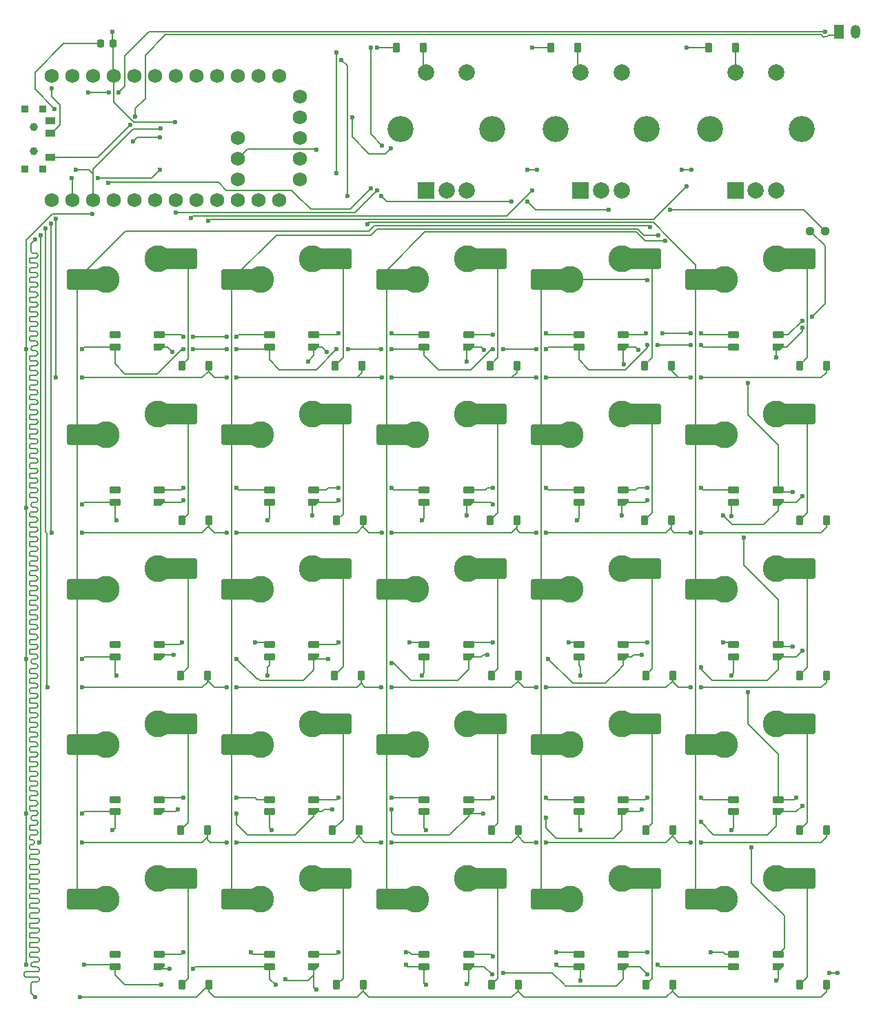
<source format=gbl>
G04 #@! TF.GenerationSoftware,KiCad,Pcbnew,9.0.7*
G04 #@! TF.CreationDate,2026-02-15T13:27:24+05:00*
G04 #@! TF.ProjectId,ModuPad_v2,4d6f6475-5061-4645-9f76-322e6b696361,rev?*
G04 #@! TF.SameCoordinates,Original*
G04 #@! TF.FileFunction,Copper,L2,Bot*
G04 #@! TF.FilePolarity,Positive*
%FSLAX46Y46*%
G04 Gerber Fmt 4.6, Leading zero omitted, Abs format (unit mm)*
G04 Created by KiCad (PCBNEW 9.0.7) date 2026-02-15 13:27:24*
%MOMM*%
%LPD*%
G01*
G04 APERTURE LIST*
G04 Aperture macros list*
%AMRoundRect*
0 Rectangle with rounded corners*
0 $1 Rounding radius*
0 $2 $3 $4 $5 $6 $7 $8 $9 X,Y pos of 4 corners*
0 Add a 4 corners polygon primitive as box body*
4,1,4,$2,$3,$4,$5,$6,$7,$8,$9,$2,$3,0*
0 Add four circle primitives for the rounded corners*
1,1,$1+$1,$2,$3*
1,1,$1+$1,$4,$5*
1,1,$1+$1,$6,$7*
1,1,$1+$1,$8,$9*
0 Add four rect primitives between the rounded corners*
20,1,$1+$1,$2,$3,$4,$5,0*
20,1,$1+$1,$4,$5,$6,$7,0*
20,1,$1+$1,$6,$7,$8,$9,0*
20,1,$1+$1,$8,$9,$2,$3,0*%
%AMFreePoly0*
4,1,18,-0.410000,0.593000,-0.403758,0.624380,-0.385983,0.650983,-0.359380,0.668758,-0.328000,0.675000,0.328000,0.675000,0.359380,0.668758,0.385983,0.650983,0.403758,0.624380,0.410000,0.593000,0.410000,-0.593000,0.403758,-0.624380,0.385983,-0.650983,0.359380,-0.668758,0.328000,-0.675000,0.000000,-0.675000,-0.410000,-0.265000,-0.410000,0.593000,-0.410000,0.593000,$1*%
G04 Aperture macros list end*
G04 #@! TA.AperFunction,ComponentPad*
%ADD10R,2.000000X2.000000*%
G04 #@! TD*
G04 #@! TA.AperFunction,ComponentPad*
%ADD11C,2.000000*%
G04 #@! TD*
G04 #@! TA.AperFunction,ComponentPad*
%ADD12C,3.200000*%
G04 #@! TD*
G04 #@! TA.AperFunction,ComponentPad*
%ADD13C,1.752600*%
G04 #@! TD*
G04 #@! TA.AperFunction,SMDPad,CuDef*
%ADD14R,0.900000X0.900000*%
G04 #@! TD*
G04 #@! TA.AperFunction,WasherPad*
%ADD15C,1.000000*%
G04 #@! TD*
G04 #@! TA.AperFunction,SMDPad,CuDef*
%ADD16R,1.250000X0.900000*%
G04 #@! TD*
G04 #@! TA.AperFunction,ComponentPad*
%ADD17R,1.200000X1.700000*%
G04 #@! TD*
G04 #@! TA.AperFunction,ComponentPad*
%ADD18O,1.200000X1.700000*%
G04 #@! TD*
G04 #@! TA.AperFunction,SMDPad,CuDef*
%ADD19RoundRect,0.082000X0.593000X-0.328000X0.593000X0.328000X-0.593000X0.328000X-0.593000X-0.328000X0*%
G04 #@! TD*
G04 #@! TA.AperFunction,SMDPad,CuDef*
%ADD20FreePoly0,90.000000*%
G04 #@! TD*
G04 #@! TA.AperFunction,SMDPad,CuDef*
%ADD21RoundRect,0.225000X0.225000X0.375000X-0.225000X0.375000X-0.225000X-0.375000X0.225000X-0.375000X0*%
G04 #@! TD*
G04 #@! TA.AperFunction,ComponentPad*
%ADD22C,3.300000*%
G04 #@! TD*
G04 #@! TA.AperFunction,SMDPad,CuDef*
%ADD23R,1.650000X2.500000*%
G04 #@! TD*
G04 #@! TA.AperFunction,SMDPad,CuDef*
%ADD24RoundRect,0.250000X1.025000X1.000000X-1.025000X1.000000X-1.025000X-1.000000X1.025000X-1.000000X0*%
G04 #@! TD*
G04 #@! TA.AperFunction,SMDPad,CuDef*
%ADD25RoundRect,0.225000X-0.225000X-0.375000X0.225000X-0.375000X0.225000X0.375000X-0.225000X0.375000X0*%
G04 #@! TD*
G04 #@! TA.AperFunction,SMDPad,CuDef*
%ADD26RoundRect,0.237500X0.250000X0.237500X-0.250000X0.237500X-0.250000X-0.237500X0.250000X-0.237500X0*%
G04 #@! TD*
G04 #@! TA.AperFunction,SMDPad,CuDef*
%ADD27RoundRect,0.225000X0.225000X0.250000X-0.225000X0.250000X-0.225000X-0.250000X0.225000X-0.250000X0*%
G04 #@! TD*
G04 #@! TA.AperFunction,ViaPad*
%ADD28C,0.600000*%
G04 #@! TD*
G04 #@! TA.AperFunction,Conductor*
%ADD29C,0.200000*%
G04 #@! TD*
G04 APERTURE END LIST*
D10*
X119000000Y-71000000D03*
D11*
X124000000Y-71000000D03*
X121500000Y-71000000D03*
D12*
X115900000Y-63500000D03*
X127100000Y-63500000D03*
D11*
X124000000Y-56500000D03*
X119000000Y-56500000D03*
D13*
X54030000Y-72160000D03*
X56570000Y-72160000D03*
X59110000Y-72160000D03*
X61650000Y-72160000D03*
X64190000Y-72160000D03*
X66730000Y-72160000D03*
X69270000Y-72160000D03*
X71810000Y-72160000D03*
X74350000Y-72160000D03*
X76890000Y-72160000D03*
X79430000Y-72160000D03*
X81970000Y-72160000D03*
X81970000Y-56920000D03*
X79430000Y-56920000D03*
X76890000Y-56920000D03*
X74350000Y-56920000D03*
X71810000Y-56920000D03*
X69270000Y-56920000D03*
X66730000Y-56920000D03*
X64190000Y-56920000D03*
X61650000Y-56920000D03*
X59110000Y-56920000D03*
X56570000Y-56920000D03*
X54030000Y-56920000D03*
X76890000Y-69620000D03*
X76890000Y-67080000D03*
X76890000Y-64540000D03*
X84500000Y-69620000D03*
X84500000Y-67080000D03*
X84500000Y-64540000D03*
X84500000Y-62000000D03*
X84500000Y-59460000D03*
D14*
X50700000Y-68400000D03*
X52900000Y-68400000D03*
D15*
X51800000Y-66200000D03*
X51800000Y-63200000D03*
D14*
X50700000Y-61000000D03*
X52900000Y-61000000D03*
D16*
X53875000Y-66950000D03*
X53875000Y-63950000D03*
X53875000Y-62450000D03*
D10*
X100000000Y-71000000D03*
D11*
X105000000Y-71000000D03*
X102500000Y-71000000D03*
D12*
X96900000Y-63500000D03*
X108100000Y-63500000D03*
D11*
X105000000Y-56500000D03*
X100000000Y-56500000D03*
D17*
X150750000Y-51500000D03*
D18*
X152750000Y-51500000D03*
D10*
X138000000Y-71000000D03*
D11*
X143000000Y-71000000D03*
X140500000Y-71000000D03*
D12*
X134900000Y-63500000D03*
X146100000Y-63500000D03*
D11*
X143000000Y-56500000D03*
X138000000Y-56500000D03*
D19*
X118775000Y-126750001D03*
X118775000Y-128250001D03*
X124225000Y-126750001D03*
D20*
X124225000Y-128250001D03*
D21*
X73150000Y-149500000D03*
X69850000Y-149500000D03*
D22*
X98690000Y-100960000D03*
D23*
X96865000Y-100960000D03*
D24*
X95140000Y-100960000D03*
X108590000Y-98420000D03*
D23*
X106840000Y-98420000D03*
D22*
X105040000Y-98420000D03*
X98690000Y-157960000D03*
D23*
X96865000Y-157960000D03*
D24*
X95140000Y-157960000D03*
X108590000Y-155420000D03*
D23*
X106840000Y-155420000D03*
D22*
X105040000Y-155420000D03*
D19*
X80775000Y-126750001D03*
X80775000Y-128250001D03*
X86225000Y-126750001D03*
D20*
X86225000Y-128250001D03*
D21*
X149150000Y-149500000D03*
X145850000Y-149500000D03*
D25*
X96350000Y-53500000D03*
X99650000Y-53500000D03*
D19*
X61775000Y-126750001D03*
X61775000Y-128250001D03*
X67225000Y-126750001D03*
D20*
X67225000Y-128250001D03*
D22*
X136690000Y-81960000D03*
D23*
X134865000Y-81960000D03*
D24*
X133140000Y-81960000D03*
X146590000Y-79420000D03*
D23*
X144840000Y-79420000D03*
D22*
X143040000Y-79420000D03*
D21*
X91800000Y-149500000D03*
X88500000Y-149500000D03*
D22*
X136690000Y-138960000D03*
D23*
X134865000Y-138960000D03*
D24*
X133140000Y-138960000D03*
X146590000Y-136420000D03*
D23*
X144840000Y-136420000D03*
D22*
X143040000Y-136420000D03*
D19*
X99775000Y-145750001D03*
X99775000Y-147250001D03*
X105225000Y-145750001D03*
D20*
X105225000Y-147250001D03*
D22*
X79690000Y-100960000D03*
D23*
X77865000Y-100960000D03*
D24*
X76140000Y-100960000D03*
X89590000Y-98420000D03*
D23*
X87840000Y-98420000D03*
D22*
X86040000Y-98420000D03*
D21*
X111300000Y-149500000D03*
X108000000Y-149500000D03*
D22*
X136690000Y-157960000D03*
D23*
X134865000Y-157960000D03*
D24*
X133140000Y-157960000D03*
X146590000Y-155420000D03*
D23*
X144840000Y-155420000D03*
D22*
X143040000Y-155420000D03*
D21*
X130150000Y-92500000D03*
X126850000Y-92500000D03*
D22*
X117690000Y-100960000D03*
D23*
X115865000Y-100960000D03*
D24*
X114140000Y-100960000D03*
X127590000Y-98420000D03*
D23*
X125840000Y-98420000D03*
D22*
X124040000Y-98420000D03*
D19*
X99775000Y-107750001D03*
X99775000Y-109250001D03*
X105225000Y-107750001D03*
D20*
X105225000Y-109250001D03*
D19*
X61775000Y-164750001D03*
X61775000Y-166250001D03*
X67225000Y-164750001D03*
D20*
X67225000Y-166250001D03*
D22*
X79690000Y-119960000D03*
D23*
X77865000Y-119960000D03*
D24*
X76140000Y-119960000D03*
X89590000Y-117420000D03*
D23*
X87840000Y-117420000D03*
D22*
X86040000Y-117420000D03*
D19*
X118775000Y-107750001D03*
X118775000Y-109250001D03*
X124225000Y-107750001D03*
D20*
X124225000Y-109250001D03*
D26*
X149000000Y-76000000D03*
X147175000Y-76000000D03*
D19*
X137775000Y-107750001D03*
X137775000Y-109250001D03*
X143225000Y-107750001D03*
D20*
X143225000Y-109250001D03*
D21*
X73300000Y-168500000D03*
X70000000Y-168500000D03*
X130300000Y-168500000D03*
X127000000Y-168500000D03*
D19*
X61775000Y-88750001D03*
X61775000Y-90250001D03*
X67225000Y-88750001D03*
D20*
X67225000Y-90250001D03*
D21*
X92300000Y-168500000D03*
X89000000Y-168500000D03*
X111150000Y-92500000D03*
X107850000Y-92500000D03*
D19*
X61775000Y-107750001D03*
X61775000Y-109250001D03*
X67225000Y-107750001D03*
D20*
X67225000Y-109250001D03*
D21*
X130300000Y-149500000D03*
X127000000Y-149500000D03*
D19*
X80775000Y-145750001D03*
X80775000Y-147250001D03*
X86225000Y-145750001D03*
D20*
X86225000Y-147250001D03*
D21*
X149150000Y-130500000D03*
X145850000Y-130500000D03*
X149150000Y-111500000D03*
X145850000Y-111500000D03*
D22*
X136690000Y-119960000D03*
D23*
X134865000Y-119960000D03*
D24*
X133140000Y-119960000D03*
X146590000Y-117420000D03*
D23*
X144840000Y-117420000D03*
D22*
X143040000Y-117420000D03*
X79690000Y-138960000D03*
D23*
X77865000Y-138960000D03*
D24*
X76140000Y-138960000D03*
X89590000Y-136420000D03*
D23*
X87840000Y-136420000D03*
D22*
X86040000Y-136420000D03*
D19*
X80775000Y-88750001D03*
X80775000Y-90250001D03*
X86225000Y-88750001D03*
D20*
X86225000Y-90250001D03*
D19*
X99775000Y-164750001D03*
X99775000Y-166250001D03*
X105225000Y-164750001D03*
D20*
X105225000Y-166250001D03*
D22*
X117690000Y-81960000D03*
D23*
X115865000Y-81960000D03*
D24*
X114140000Y-81960000D03*
X127590000Y-79420000D03*
D23*
X125840000Y-79420000D03*
D22*
X124040000Y-79420000D03*
X60690000Y-81960000D03*
D23*
X58865000Y-81960000D03*
D24*
X57140000Y-81960000D03*
X70590000Y-79420000D03*
D23*
X68840000Y-79420000D03*
D22*
X67040000Y-79420000D03*
D19*
X118775000Y-88750001D03*
X118775000Y-90250001D03*
X124225000Y-88750001D03*
D20*
X124225000Y-90250001D03*
D21*
X92000000Y-130500000D03*
X88700000Y-130500000D03*
D22*
X79690000Y-157960000D03*
D23*
X77865000Y-157960000D03*
D24*
X76140000Y-157960000D03*
X89590000Y-155420000D03*
D23*
X87840000Y-155420000D03*
D22*
X86040000Y-155420000D03*
D25*
X115350000Y-53500000D03*
X118650000Y-53500000D03*
D22*
X60690000Y-157960000D03*
D23*
X58865000Y-157960000D03*
D24*
X57140000Y-157960000D03*
X70590000Y-155420000D03*
D23*
X68840000Y-155420000D03*
D22*
X67040000Y-155420000D03*
D21*
X149150000Y-92500000D03*
X145850000Y-92500000D03*
X111150000Y-111500000D03*
X107850000Y-111500000D03*
X149150000Y-168500000D03*
X145850000Y-168500000D03*
D19*
X99775000Y-126750001D03*
X99775000Y-128250001D03*
X105225000Y-126750001D03*
D20*
X105225000Y-128250001D03*
D19*
X61775000Y-145750001D03*
X61775000Y-147250001D03*
X67225000Y-145750001D03*
D20*
X67225000Y-147250001D03*
D22*
X117690000Y-119960000D03*
D23*
X115865000Y-119960000D03*
D24*
X114140000Y-119960000D03*
X127590000Y-117420000D03*
D23*
X125840000Y-117420000D03*
D22*
X124040000Y-117420000D03*
D19*
X118775000Y-164750001D03*
X118775000Y-166250001D03*
X124225000Y-164750001D03*
D20*
X124225000Y-166250001D03*
D22*
X60690000Y-138960000D03*
D23*
X58865000Y-138960000D03*
D24*
X57140000Y-138960000D03*
X70590000Y-136420000D03*
D23*
X68840000Y-136420000D03*
D22*
X67040000Y-136420000D03*
X98690000Y-81960000D03*
D23*
X96865000Y-81960000D03*
D24*
X95140000Y-81960000D03*
X108590000Y-79420000D03*
D23*
X106840000Y-79420000D03*
D22*
X105040000Y-79420000D03*
D21*
X92150000Y-92500000D03*
X88850000Y-92500000D03*
X92300000Y-111500000D03*
X89000000Y-111500000D03*
D22*
X117690000Y-157960000D03*
D23*
X115865000Y-157960000D03*
D24*
X114140000Y-157960000D03*
X127590000Y-155420000D03*
D23*
X125840000Y-155420000D03*
D22*
X124040000Y-155420000D03*
D19*
X80775000Y-107750001D03*
X80775000Y-109250001D03*
X86225000Y-107750001D03*
D20*
X86225000Y-109250001D03*
D21*
X130150000Y-111500000D03*
X126850000Y-111500000D03*
D22*
X136690000Y-100960000D03*
D23*
X134865000Y-100960000D03*
D24*
X133140000Y-100960000D03*
X146590000Y-98420000D03*
D23*
X144840000Y-98420000D03*
D22*
X143040000Y-98420000D03*
X98690000Y-138960000D03*
D23*
X96865000Y-138960000D03*
D24*
X95140000Y-138960000D03*
X108590000Y-136420000D03*
D23*
X106840000Y-136420000D03*
D22*
X105040000Y-136420000D03*
D19*
X80775000Y-164750001D03*
X80775000Y-166250001D03*
X86225000Y-164750001D03*
D20*
X86225000Y-166250001D03*
D19*
X137775000Y-88750001D03*
X137775000Y-90250001D03*
X143225000Y-88750001D03*
D20*
X143225000Y-90250001D03*
D19*
X99775000Y-88750001D03*
X99775000Y-90250001D03*
X105225000Y-88750001D03*
D20*
X105225000Y-90250001D03*
D21*
X111300000Y-130500000D03*
X108000000Y-130500000D03*
D22*
X98690000Y-119960000D03*
D23*
X96865000Y-119960000D03*
D24*
X95140000Y-119960000D03*
X108590000Y-117420000D03*
D23*
X106840000Y-117420000D03*
D22*
X105040000Y-117420000D03*
D19*
X137775000Y-145750001D03*
X137775000Y-147250001D03*
X143225000Y-145750001D03*
D20*
X143225000Y-147250001D03*
D25*
X134700000Y-53500000D03*
X138000000Y-53500000D03*
D22*
X60690000Y-100960000D03*
D23*
X58865000Y-100960000D03*
D24*
X57140000Y-100960000D03*
X70590000Y-98420000D03*
D23*
X68840000Y-98420000D03*
D22*
X67040000Y-98420000D03*
D27*
X61550000Y-53000000D03*
X60000000Y-53000000D03*
D19*
X137775000Y-126750001D03*
X137775000Y-128250001D03*
X143225000Y-126750001D03*
D20*
X143225000Y-128250001D03*
D19*
X137775000Y-164750001D03*
X137775000Y-166250001D03*
X143225000Y-164750001D03*
D20*
X143225000Y-166250001D03*
D22*
X79690000Y-81960000D03*
D23*
X77865000Y-81960000D03*
D24*
X76140000Y-81960000D03*
X89590000Y-79420000D03*
D23*
X87840000Y-79420000D03*
D22*
X86040000Y-79420000D03*
D21*
X130300000Y-130500000D03*
X127000000Y-130500000D03*
X73150000Y-130500000D03*
X69850000Y-130500000D03*
X73300000Y-111500000D03*
X70000000Y-111500000D03*
X111300000Y-168500000D03*
X108000000Y-168500000D03*
D22*
X60690000Y-119960000D03*
D23*
X58865000Y-119960000D03*
D24*
X57140000Y-119960000D03*
X70590000Y-117420000D03*
D23*
X68840000Y-117420000D03*
D22*
X67040000Y-117420000D03*
D19*
X118775000Y-145750001D03*
X118775000Y-147250001D03*
X124225000Y-145750001D03*
D20*
X124225000Y-147250001D03*
D21*
X73300000Y-92500000D03*
X70000000Y-92500000D03*
D22*
X117690000Y-138960000D03*
D23*
X115865000Y-138960000D03*
D24*
X114140000Y-138960000D03*
X127590000Y-136420000D03*
D23*
X125840000Y-136420000D03*
D22*
X124040000Y-136420000D03*
D28*
X81000000Y-149500000D03*
X67424265Y-63424265D03*
X54400000Y-61000000D03*
X95740000Y-90500000D03*
X128406000Y-166000000D03*
X76740000Y-90500000D03*
X149000000Y-51500000D03*
X112400000Y-68500000D03*
X58000000Y-166000000D03*
X50900000Y-110000000D03*
X71406000Y-90500000D03*
X90925735Y-62000000D03*
X57000000Y-68500000D03*
X108206000Y-90500000D03*
X50900000Y-128500000D03*
X113540000Y-90500000D03*
X95674265Y-65825735D03*
X57740000Y-147500000D03*
X81500000Y-168500000D03*
X61050000Y-59000000D03*
X50900000Y-147500000D03*
X113600000Y-68500000D03*
X137500000Y-111000000D03*
X61500000Y-149500000D03*
X119000000Y-149500000D03*
X80500000Y-111500000D03*
X57740000Y-128500000D03*
X119000000Y-168000000D03*
X94500000Y-90500000D03*
X99500000Y-111500000D03*
X90406000Y-90500000D03*
X137500000Y-149500000D03*
X132540000Y-90000000D03*
X59000000Y-73900000D03*
X99500000Y-130500000D03*
X67500000Y-168500000D03*
X118500000Y-111500000D03*
X133740000Y-90000000D03*
X127206000Y-90000000D03*
X71406000Y-166500000D03*
X109500000Y-90500000D03*
X100000000Y-149500000D03*
X62000000Y-130500000D03*
X50900000Y-90500000D03*
X62000000Y-111500000D03*
X57740000Y-109500000D03*
X62250000Y-59000000D03*
X70206000Y-90500000D03*
X132600000Y-68500000D03*
X131400000Y-68500000D03*
X116000000Y-166000000D03*
X128406000Y-90000000D03*
X119000000Y-130500000D03*
X114740000Y-90500000D03*
X50900000Y-166000000D03*
X75540000Y-90500000D03*
X80500000Y-130500000D03*
X137500000Y-130500000D03*
X100000000Y-168500000D03*
X58500000Y-59000000D03*
X89000000Y-90500000D03*
X57740000Y-90500000D03*
X97500000Y-166000000D03*
X69155345Y-62600000D03*
X127206000Y-109000000D03*
X68825735Y-90825735D03*
X105000000Y-92000000D03*
X127174265Y-167174265D03*
X107000000Y-147500000D03*
X76740000Y-147500000D03*
X146206000Y-108500000D03*
X114740000Y-148000000D03*
X133740000Y-129500000D03*
X70206000Y-109000000D03*
X146206000Y-87848527D03*
X143000000Y-168000000D03*
X133740000Y-148500000D03*
X86000000Y-110900000D03*
X143000000Y-91500000D03*
X61500000Y-51500000D03*
X146206000Y-146500000D03*
X69500000Y-147000000D03*
X136500000Y-110900000D03*
X86500000Y-169100000D03*
X126075735Y-90575735D03*
X95740000Y-129000000D03*
X85500000Y-92000000D03*
X82737246Y-167820862D03*
X108206000Y-109500000D03*
X88500000Y-147000000D03*
X76740000Y-128500000D03*
X95740000Y-147000000D03*
X87825735Y-90825735D03*
X149500000Y-167000000D03*
X126500000Y-147000000D03*
X124000000Y-110900000D03*
X150500000Y-167000000D03*
X88000000Y-128500000D03*
X146206000Y-127500000D03*
X68500000Y-166500000D03*
X124325735Y-92325735D03*
X107500000Y-128000000D03*
X107075735Y-90575735D03*
X126500000Y-128000000D03*
X108124265Y-167224265D03*
X109500000Y-167000000D03*
X69000000Y-128000000D03*
X89206000Y-109000000D03*
X105000000Y-110900000D03*
X115000000Y-128500000D03*
X105000000Y-168400000D03*
X59710000Y-69500000D03*
X67330000Y-68500000D03*
X56500000Y-69500000D03*
X64000000Y-65000000D03*
X67330000Y-64500000D03*
X57740000Y-94000000D03*
X94000000Y-53500000D03*
X114740000Y-94000000D03*
X132540000Y-94000000D03*
X113540000Y-94000000D03*
X94540000Y-94000000D03*
X94000000Y-71000000D03*
X69270000Y-73730000D03*
X75540000Y-94000000D03*
X54500000Y-94000000D03*
X76740000Y-94000000D03*
X133740000Y-94000000D03*
X95740000Y-94000000D03*
X54500000Y-74500000D03*
X113000000Y-71000000D03*
X133740000Y-113000000D03*
X114740000Y-113000000D03*
X113000000Y-53500000D03*
X95740000Y-113000000D03*
X94540000Y-113000000D03*
X57740000Y-113000000D03*
X53900000Y-75065687D03*
X132540000Y-113000000D03*
X76740000Y-113000000D03*
X75540000Y-113000000D03*
X71125000Y-74375000D03*
X54000000Y-113000000D03*
X113540000Y-113000000D03*
X132500000Y-132000000D03*
X94500000Y-132000000D03*
X76740000Y-132000000D03*
X73250000Y-74750000D03*
X57740000Y-132000000D03*
X133740000Y-132000000D03*
X132000000Y-70500000D03*
X132000000Y-53500000D03*
X114740000Y-132000000D03*
X95740000Y-132000000D03*
X113540000Y-132000000D03*
X75500000Y-132000000D03*
X53500000Y-132000000D03*
X53300000Y-75654142D03*
X52500000Y-151000000D03*
X113540000Y-151000000D03*
X75540000Y-151000000D03*
X132540000Y-151000000D03*
X57740000Y-151000000D03*
X52700000Y-76500000D03*
X76740000Y-151000000D03*
X94500000Y-151000000D03*
X133740000Y-151000000D03*
X114740000Y-151000000D03*
X95740000Y-151000000D03*
X52000000Y-77000000D03*
X52000000Y-170000000D03*
X57500000Y-170000000D03*
X94600000Y-65500000D03*
X93199997Y-53500000D03*
X86500000Y-66000000D03*
X89000000Y-68857300D03*
X89000000Y-54100000D03*
X90325735Y-71674265D03*
X89600000Y-55000000D03*
X63658287Y-63006814D03*
X64299265Y-61950735D03*
X127000000Y-88500000D03*
X129000000Y-88500000D03*
X132540000Y-88500000D03*
X133740000Y-88500000D03*
X139500000Y-94600000D03*
X145000000Y-127000000D03*
X147406000Y-86500000D03*
X140000000Y-151600000D03*
X145500000Y-145500000D03*
X146206000Y-87000000D03*
X145000000Y-108000000D03*
X139500000Y-132600000D03*
X139000000Y-113600000D03*
X133740000Y-107500000D03*
X127206000Y-107500000D03*
X127206000Y-126500000D03*
X136500000Y-126500000D03*
X133740000Y-145500000D03*
X127206000Y-145500000D03*
X127206000Y-164500000D03*
X135000000Y-164500000D03*
X108206000Y-88750001D03*
X114740000Y-88500000D03*
X108206000Y-107500000D03*
X114740000Y-107500000D03*
X117500000Y-126500000D03*
X108206000Y-126500000D03*
X114740000Y-145500000D03*
X108206000Y-145500000D03*
X108206000Y-165000000D03*
X116000000Y-164500000D03*
X89206000Y-88500000D03*
X95740000Y-88500000D03*
X95740000Y-107500000D03*
X89206000Y-107500000D03*
X98000000Y-126500000D03*
X89206000Y-126500000D03*
X95740000Y-145500000D03*
X89206000Y-145500000D03*
X89206000Y-164500000D03*
X97500000Y-164500000D03*
X75540000Y-89000000D03*
X70206000Y-89000000D03*
X76740000Y-89000000D03*
X71406000Y-89000000D03*
X70206000Y-107500000D03*
X76740000Y-107500000D03*
X70000000Y-126500000D03*
X79000000Y-126500000D03*
X76740000Y-145500000D03*
X70206000Y-145500000D03*
X70206000Y-164500000D03*
X78500000Y-164500000D03*
X93207815Y-70792185D03*
X94500000Y-71701000D03*
X112448528Y-72400000D03*
X110500000Y-72400000D03*
X122448527Y-73400000D03*
X61000000Y-70100000D03*
X129948528Y-73400000D03*
X128500000Y-76500000D03*
X127206000Y-82000000D03*
X127500000Y-75533000D03*
X129340396Y-77188925D03*
X92771494Y-75132000D03*
X54000000Y-58500000D03*
D29*
X75540000Y-90500000D02*
X71406000Y-90500000D01*
X50900000Y-166000000D02*
X50900000Y-147500000D01*
X116250001Y-166250001D02*
X116000000Y-166000000D01*
X66000000Y-51500000D02*
X63000000Y-54500000D01*
X149000000Y-51500000D02*
X111500000Y-51500000D01*
X137775000Y-128250001D02*
X137775000Y-130225000D01*
X67500000Y-168500000D02*
X63000000Y-168500000D01*
X99775000Y-168275000D02*
X99775000Y-166250001D01*
X80775000Y-167775000D02*
X80775000Y-166250001D01*
X80775000Y-109250001D02*
X80775000Y-111225000D01*
X80775000Y-147250001D02*
X80775000Y-149275000D01*
X137775000Y-90250001D02*
X133990001Y-90250001D01*
X133990001Y-90250001D02*
X133740000Y-90000000D01*
X80775000Y-90250001D02*
X80525001Y-90500000D01*
X55500000Y-53000000D02*
X52000000Y-56500000D01*
X61775000Y-130275000D02*
X61775000Y-128250001D01*
X80775000Y-111225000D02*
X80500000Y-111500000D01*
X127206000Y-90000000D02*
X127206000Y-90294000D01*
X119000000Y-129500000D02*
X118775000Y-129275000D01*
X95674265Y-65825735D02*
X95000000Y-66500000D01*
X118775000Y-166250001D02*
X116250001Y-166250001D01*
X105500000Y-93000000D02*
X101500000Y-93000000D01*
X80775000Y-149275000D02*
X81000000Y-149500000D01*
X59110000Y-69000000D02*
X59110000Y-72160000D01*
X61775000Y-149225000D02*
X61500000Y-149500000D01*
X113540000Y-90500000D02*
X109500000Y-90500000D01*
X81500000Y-168500000D02*
X80775000Y-167775000D01*
X64000000Y-63500000D02*
X59110000Y-68390000D01*
X50900000Y-128500000D02*
X50900000Y-110000000D01*
X54102000Y-73900000D02*
X59000000Y-73900000D01*
X99500000Y-130500000D02*
X99775000Y-130225000D01*
X111500000Y-51500000D02*
X66000000Y-51500000D01*
X101500000Y-93000000D02*
X99775000Y-91275000D01*
X118775000Y-90250001D02*
X114989999Y-90250001D01*
X132600000Y-68500000D02*
X131400000Y-68500000D01*
X61775000Y-128250001D02*
X57989999Y-128250001D01*
X127206000Y-90294000D02*
X124500000Y-93000000D01*
X52000000Y-58600000D02*
X54400000Y-61000000D01*
X94500000Y-90500000D02*
X90406000Y-90500000D01*
X132540000Y-90000000D02*
X128207000Y-90000000D01*
X100000000Y-168500000D02*
X99775000Y-168275000D01*
X120000000Y-93000000D02*
X118775000Y-91775000D01*
X63000000Y-93500000D02*
X61775000Y-92275000D01*
X57000000Y-68500000D02*
X58610000Y-68500000D01*
X57989999Y-109250001D02*
X57740000Y-109500000D01*
X118775000Y-149275000D02*
X118775000Y-147250001D01*
X61775000Y-92275000D02*
X61775000Y-90250001D01*
X61775000Y-111275000D02*
X62000000Y-111500000D01*
X99775000Y-149275000D02*
X99775000Y-147250001D01*
X61775000Y-109250001D02*
X61775000Y-111275000D01*
X82000000Y-93000000D02*
X80775000Y-91775000D01*
X124500000Y-93000000D02*
X120000000Y-93000000D01*
X113600000Y-68500000D02*
X112400000Y-68500000D01*
X63000000Y-54500000D02*
X63000000Y-58250000D01*
X97750001Y-166250001D02*
X97500000Y-166000000D01*
X118775000Y-109250001D02*
X118775000Y-111225000D01*
X99775000Y-130225000D02*
X99775000Y-128250001D01*
X99525001Y-90500000D02*
X95740000Y-90500000D01*
X108206000Y-90500000D02*
X108000000Y-90500000D01*
X59110000Y-68390000D02*
X59110000Y-69000000D01*
X80525001Y-90500000D02*
X76740000Y-90500000D01*
X118775000Y-91775000D02*
X118775000Y-90250001D01*
X99775000Y-90250001D02*
X99525001Y-90500000D01*
X95000000Y-66500000D02*
X93000000Y-66500000D01*
X67348530Y-63500000D02*
X64000000Y-63500000D01*
X137775000Y-149225000D02*
X137775000Y-147250001D01*
X61775000Y-90250001D02*
X57989999Y-90250001D01*
X63000000Y-168500000D02*
X61775000Y-167275000D01*
X137500000Y-149500000D02*
X137775000Y-149225000D01*
X80500000Y-130500000D02*
X80500000Y-129500000D01*
X61524999Y-166000000D02*
X58000000Y-166000000D01*
X61775000Y-167275000D02*
X61775000Y-166250001D01*
X50900000Y-90500000D02*
X50900000Y-77102000D01*
X61775000Y-109250001D02*
X57989999Y-109250001D01*
X86500000Y-93000000D02*
X82000000Y-93000000D01*
X61775000Y-147250001D02*
X61775000Y-149225000D01*
X99775000Y-91275000D02*
X99775000Y-90250001D01*
X57989999Y-128250001D02*
X57740000Y-128500000D01*
X137500000Y-111000000D02*
X137500000Y-109525001D01*
X90925735Y-64425735D02*
X90925735Y-62000000D01*
X61775000Y-166250001D02*
X61524999Y-166000000D01*
X137500000Y-109525001D02*
X137775000Y-109250001D01*
X80500000Y-129500000D02*
X80775000Y-129225000D01*
X128656001Y-166250001D02*
X128406000Y-166000000D01*
X70000000Y-90500000D02*
X67000000Y-93500000D01*
X114989999Y-90250001D02*
X114740000Y-90500000D01*
X50900000Y-110000000D02*
X50900000Y-90500000D01*
X119000000Y-149500000D02*
X118775000Y-149275000D01*
X70206000Y-90500000D02*
X70000000Y-90500000D01*
X80775000Y-166250001D02*
X71655999Y-166250001D01*
X57989999Y-90250001D02*
X57740000Y-90500000D01*
X58610000Y-68500000D02*
X59110000Y-69000000D01*
X118775000Y-111225000D02*
X118500000Y-111500000D01*
X63000000Y-58250000D02*
X62250000Y-59000000D01*
X118775000Y-129275000D02*
X118775000Y-128250001D01*
X67424265Y-63424265D02*
X67348530Y-63500000D01*
X57989999Y-147250001D02*
X57740000Y-147500000D01*
X60000000Y-53000000D02*
X55500000Y-53000000D01*
X50900000Y-77102000D02*
X54102000Y-73900000D01*
X128207000Y-90000000D02*
X128406000Y-90000000D01*
X99775000Y-109250001D02*
X99775000Y-111225000D01*
X50900000Y-147500000D02*
X50900000Y-128500000D01*
X89000000Y-90500000D02*
X86500000Y-93000000D01*
X71655999Y-166250001D02*
X71406000Y-166500000D01*
X99775000Y-166250001D02*
X97750001Y-166250001D01*
X52000000Y-56500000D02*
X52000000Y-58600000D01*
X108000000Y-90500000D02*
X105500000Y-93000000D01*
X119000000Y-166475001D02*
X118775000Y-166250001D01*
X119000000Y-168000000D02*
X119000000Y-166475001D01*
X99775000Y-111225000D02*
X99500000Y-111500000D01*
X100000000Y-149500000D02*
X99775000Y-149275000D01*
X80775000Y-91775000D02*
X80775000Y-90250001D01*
X61775000Y-147250001D02*
X57989999Y-147250001D01*
X137775000Y-166250001D02*
X128656001Y-166250001D01*
X93000000Y-66500000D02*
X90925735Y-64425735D01*
X58500000Y-59000000D02*
X61050000Y-59000000D01*
X67000000Y-93500000D02*
X63000000Y-93500000D01*
X119000000Y-130500000D02*
X119000000Y-129500000D01*
X137775000Y-130225000D02*
X137500000Y-130500000D01*
X62000000Y-130500000D02*
X61775000Y-130275000D01*
X80775000Y-129225000D02*
X80775000Y-128250001D01*
X136500000Y-110900000D02*
X137600000Y-112000000D01*
X61650000Y-60150000D02*
X61650000Y-56920000D01*
X135101000Y-131101000D02*
X134000000Y-130000000D01*
X143000000Y-149000000D02*
X141899000Y-150101000D01*
X78000000Y-150000000D02*
X76740000Y-148740000D01*
X107000000Y-147500000D02*
X105474999Y-147500000D01*
X79601000Y-131101000D02*
X79500000Y-131000000D01*
X68250001Y-90250001D02*
X68825735Y-90825735D01*
X141899000Y-131101000D02*
X135101000Y-131101000D01*
X117101000Y-168601000D02*
X117000000Y-168500000D01*
X87250001Y-90250001D02*
X87825735Y-90825735D01*
X106749999Y-128250001D02*
X105225000Y-128250001D01*
X105225000Y-129775000D02*
X105000000Y-130000000D01*
X145455999Y-147250001D02*
X146206000Y-146500000D01*
X96000000Y-150000000D02*
X95740000Y-149740000D01*
X126500000Y-147000000D02*
X126249999Y-147250001D01*
X86225000Y-166250001D02*
X86225000Y-167275000D01*
X134000000Y-130000000D02*
X133740000Y-129740000D01*
X69000000Y-128000000D02*
X67475001Y-128000000D01*
X107956001Y-109250001D02*
X108206000Y-109500000D01*
X105474999Y-147500000D02*
X105225000Y-147250001D01*
X67225000Y-90250001D02*
X68250001Y-90250001D01*
X126955999Y-109250001D02*
X127206000Y-109000000D01*
X86225000Y-129775000D02*
X86000000Y-130000000D01*
X143000000Y-147475001D02*
X143000000Y-149000000D01*
X106750001Y-90250001D02*
X107075735Y-90575735D01*
X114740000Y-149240000D02*
X114740000Y-148000000D01*
X143225000Y-129775000D02*
X143000000Y-130000000D01*
X87500000Y-147000000D02*
X87249999Y-147250001D01*
X125750001Y-90250001D02*
X126075735Y-90575735D01*
X85500000Y-92000000D02*
X86225000Y-91275000D01*
X105225000Y-168175000D02*
X105000000Y-168400000D01*
X124225000Y-92225000D02*
X124225000Y-90250001D01*
X143225000Y-147250001D02*
X143000000Y-147475001D01*
X117000000Y-168500000D02*
X115500000Y-167000000D01*
X95740000Y-149740000D02*
X95740000Y-147000000D01*
X115500000Y-167000000D02*
X109500000Y-167000000D01*
X107000000Y-128000000D02*
X106749999Y-128250001D01*
X145455999Y-109250001D02*
X146206000Y-108500000D01*
X143225000Y-167775000D02*
X143000000Y-168000000D01*
X105225000Y-109250001D02*
X107956001Y-109250001D01*
X149500000Y-167000000D02*
X150500000Y-167000000D01*
X125249999Y-128250001D02*
X124225000Y-128250001D01*
X67225000Y-109250001D02*
X69955999Y-109250001D01*
X120500000Y-150500000D02*
X116000000Y-150500000D01*
X124000000Y-110900000D02*
X124000000Y-109475001D01*
X105000000Y-92000000D02*
X105000000Y-90475001D01*
X145455999Y-128250001D02*
X146206000Y-127500000D01*
X116000000Y-150500000D02*
X114740000Y-149240000D01*
X88955999Y-109250001D02*
X89206000Y-109000000D01*
X105000000Y-130000000D02*
X103899000Y-131101000D01*
X79240000Y-131000000D02*
X76740000Y-128500000D01*
X61500000Y-51500000D02*
X61500000Y-52950000D01*
X124225000Y-128250001D02*
X124225000Y-129275000D01*
X86225000Y-147250001D02*
X86225000Y-147775000D01*
X144249999Y-90250001D02*
X146206000Y-88294000D01*
X107500000Y-128000000D02*
X107000000Y-128000000D01*
X143225000Y-128250001D02*
X145455999Y-128250001D01*
X86225000Y-168825000D02*
X86225000Y-166250001D01*
X124225000Y-109250001D02*
X126955999Y-109250001D01*
X133740000Y-129740000D02*
X133740000Y-129500000D01*
X123399000Y-168601000D02*
X117101000Y-168601000D01*
X124225000Y-147250001D02*
X124000000Y-147475001D01*
X105225000Y-147250001D02*
X105225000Y-147775000D01*
X83899000Y-150101000D02*
X78101000Y-150101000D01*
X86225000Y-91275000D02*
X86225000Y-90250001D01*
X120000000Y-131500000D02*
X118000000Y-131500000D01*
X61550000Y-53000000D02*
X61550000Y-56820000D01*
X86000000Y-130000000D02*
X84899000Y-131101000D01*
X135341000Y-150101000D02*
X133740000Y-148500000D01*
X98101000Y-131101000D02*
X98000000Y-131000000D01*
X86225000Y-147775000D02*
X85000000Y-149000000D01*
X61550000Y-56820000D02*
X61650000Y-56920000D01*
X143225000Y-128250001D02*
X143225000Y-129775000D01*
X84899000Y-131101000D02*
X79601000Y-131101000D01*
X67475001Y-128000000D02*
X67225000Y-128250001D01*
X64100000Y-62600000D02*
X61650000Y-60150000D01*
X69155345Y-62600000D02*
X64100000Y-62600000D01*
X82916384Y-168000000D02*
X82737246Y-167820862D01*
X124225000Y-129275000D02*
X123500000Y-130000000D01*
X143225000Y-147250001D02*
X145455999Y-147250001D01*
X124325735Y-92325735D02*
X124225000Y-92225000D01*
X79500000Y-131000000D02*
X79240000Y-131000000D01*
X105225000Y-166250001D02*
X105225000Y-168175000D01*
X86225000Y-167275000D02*
X85500000Y-168000000D01*
X118000000Y-131500000D02*
X115000000Y-128500000D01*
X124225000Y-166250001D02*
X124225000Y-167775000D01*
X102899000Y-150101000D02*
X96101000Y-150101000D01*
X143000000Y-90475001D02*
X143225000Y-90250001D01*
X69955999Y-109250001D02*
X70206000Y-109000000D01*
X88000000Y-128500000D02*
X86474999Y-128500000D01*
X143225000Y-109250001D02*
X145455999Y-109250001D01*
X103899000Y-131101000D02*
X98101000Y-131101000D01*
X108124265Y-167224265D02*
X107150001Y-166250001D01*
X85500000Y-168000000D02*
X82916384Y-168000000D01*
X78101000Y-150101000D02*
X78000000Y-150000000D01*
X86000000Y-109475001D02*
X86225000Y-109250001D01*
X98000000Y-131000000D02*
X96000000Y-129000000D01*
X107150001Y-166250001D02*
X105225000Y-166250001D01*
X123500000Y-130000000D02*
X122000000Y-131500000D01*
X86500000Y-169100000D02*
X86225000Y-168825000D01*
X103000000Y-150000000D02*
X102899000Y-150101000D01*
X61500000Y-52950000D02*
X61550000Y-53000000D01*
X69249999Y-147250001D02*
X67225000Y-147250001D01*
X105225000Y-147775000D02*
X103000000Y-150000000D01*
X125500000Y-128000000D02*
X125249999Y-128250001D01*
X105000000Y-110900000D02*
X105000000Y-109475001D01*
X105000000Y-90475001D02*
X105225000Y-90250001D01*
X96000000Y-129000000D02*
X95740000Y-129000000D01*
X141899000Y-150101000D02*
X135341000Y-150101000D01*
X124225000Y-167775000D02*
X124000000Y-168000000D01*
X68500000Y-166500000D02*
X67474999Y-166500000D01*
X143000000Y-130000000D02*
X141899000Y-131101000D01*
X124000000Y-147475001D02*
X124000000Y-149500000D01*
X86225000Y-109250001D02*
X88955999Y-109250001D01*
X85000000Y-149000000D02*
X83899000Y-150101000D01*
X126500000Y-128000000D02*
X125500000Y-128000000D01*
X86474999Y-128500000D02*
X86225000Y-128250001D01*
X123000000Y-150500000D02*
X120500000Y-150500000D01*
X86000000Y-110900000D02*
X86000000Y-109475001D01*
X105225000Y-90250001D02*
X106750001Y-90250001D01*
X141500000Y-112000000D02*
X143225000Y-110275000D01*
X69500000Y-147000000D02*
X69249999Y-147250001D01*
X143225000Y-166250001D02*
X143225000Y-167775000D01*
X87249999Y-147250001D02*
X86225000Y-147250001D01*
X96101000Y-150101000D02*
X96000000Y-150000000D01*
X88500000Y-147000000D02*
X87500000Y-147000000D01*
X105000000Y-109475001D02*
X105225000Y-109250001D01*
X143225000Y-90250001D02*
X144249999Y-90250001D01*
X126249999Y-147250001D02*
X124225000Y-147250001D01*
X137600000Y-112000000D02*
X141500000Y-112000000D01*
X86225000Y-90250001D02*
X87250001Y-90250001D01*
X76740000Y-148740000D02*
X76740000Y-147500000D01*
X127174265Y-167174265D02*
X126250001Y-166250001D01*
X124000000Y-168000000D02*
X123399000Y-168601000D01*
X105225000Y-128250001D02*
X105225000Y-129775000D01*
X126250001Y-166250001D02*
X124225000Y-166250001D01*
X124225000Y-90250001D02*
X125750001Y-90250001D01*
X146206000Y-88294000D02*
X146206000Y-87848527D01*
X143225000Y-110275000D02*
X143225000Y-109250001D01*
X124000000Y-109475001D02*
X124225000Y-109250001D01*
X124000000Y-149500000D02*
X123000000Y-150500000D01*
X143000000Y-91500000D02*
X143000000Y-90475001D01*
X86225000Y-128250001D02*
X86225000Y-129775000D01*
X122000000Y-131500000D02*
X120000000Y-131500000D01*
X67474999Y-166500000D02*
X67225000Y-166250001D01*
X56500000Y-69500000D02*
X56570000Y-69570000D01*
X67330000Y-68500000D02*
X66330000Y-69500000D01*
X56570000Y-69570000D02*
X56570000Y-72160000D01*
X66330000Y-69500000D02*
X59710000Y-69500000D01*
X67330000Y-64500000D02*
X64500000Y-64500000D01*
X64500000Y-64500000D02*
X64000000Y-65000000D01*
X130150000Y-92500000D02*
X130150000Y-93150000D01*
X73300000Y-92500000D02*
X73300000Y-93200000D01*
X149150000Y-93350000D02*
X149150000Y-92500000D01*
X148500000Y-94000000D02*
X149150000Y-93350000D01*
X76740000Y-94000000D02*
X91500000Y-94000000D01*
X130150000Y-93150000D02*
X131000000Y-94000000D01*
X92150000Y-92500000D02*
X92150000Y-93350000D01*
X91500000Y-94000000D02*
X94540000Y-94000000D01*
X74000000Y-94000000D02*
X75540000Y-94000000D01*
X72500000Y-94000000D02*
X57740000Y-94000000D01*
X73300000Y-93300000D02*
X74000000Y-94000000D01*
X95740000Y-94000000D02*
X110500000Y-94000000D01*
X133740000Y-94000000D02*
X148500000Y-94000000D01*
X96350000Y-53500000D02*
X94000000Y-53500000D01*
X54500000Y-94000000D02*
X54500000Y-74500000D01*
X111150000Y-92500000D02*
X111150000Y-93350000D01*
X92150000Y-93350000D02*
X91500000Y-94000000D01*
X110500000Y-94000000D02*
X113540000Y-94000000D01*
X91270000Y-73730000D02*
X69270000Y-73730000D01*
X131000000Y-94000000D02*
X132540000Y-94000000D01*
X114740000Y-94000000D02*
X131000000Y-94000000D01*
X111150000Y-93350000D02*
X110500000Y-94000000D01*
X94000000Y-71000000D02*
X91270000Y-73730000D01*
X73300000Y-92500000D02*
X73300000Y-93300000D01*
X73300000Y-93200000D02*
X72500000Y-94000000D01*
X146806000Y-79636000D02*
X146806000Y-91544000D01*
X146590000Y-79420000D02*
X146806000Y-79636000D01*
X146806000Y-91544000D02*
X145850000Y-92500000D01*
X146590000Y-98420000D02*
X146806000Y-98636000D01*
X146806000Y-110544000D02*
X145850000Y-111500000D01*
X146806000Y-98636000D02*
X146806000Y-110544000D01*
X109869000Y-74131000D02*
X71369000Y-74131000D01*
X92300000Y-112200000D02*
X91500000Y-113000000D01*
X130150000Y-112650000D02*
X130150000Y-111500000D01*
X92300000Y-112300000D02*
X92300000Y-111500000D01*
X113540000Y-113000000D02*
X111500000Y-113000000D01*
X91500000Y-113000000D02*
X76740000Y-113000000D01*
X111150000Y-112350000D02*
X110500000Y-113000000D01*
X132540000Y-113000000D02*
X130500000Y-113000000D01*
X54000000Y-113000000D02*
X53900000Y-112900000D01*
X111150000Y-112650000D02*
X111150000Y-111500000D01*
X130150000Y-112350000D02*
X129500000Y-113000000D01*
X74000000Y-113000000D02*
X73300000Y-112300000D01*
X92300000Y-111500000D02*
X92300000Y-112200000D01*
X73300000Y-112200000D02*
X72500000Y-113000000D01*
X113000000Y-71000000D02*
X109869000Y-74131000D01*
X115350000Y-53500000D02*
X113000000Y-53500000D01*
X75540000Y-113000000D02*
X74000000Y-113000000D01*
X53900000Y-112900000D02*
X53900000Y-75065687D01*
X149150000Y-111500000D02*
X149150000Y-112350000D01*
X111500000Y-113000000D02*
X111150000Y-112650000D01*
X93000000Y-113000000D02*
X92300000Y-112300000D01*
X94540000Y-113000000D02*
X93000000Y-113000000D01*
X111150000Y-111500000D02*
X111150000Y-112350000D01*
X149150000Y-112350000D02*
X148500000Y-113000000D01*
X129500000Y-113000000D02*
X114740000Y-113000000D01*
X130150000Y-111500000D02*
X130150000Y-112350000D01*
X73300000Y-112300000D02*
X73300000Y-111500000D01*
X110500000Y-113000000D02*
X95740000Y-113000000D01*
X73300000Y-111500000D02*
X73300000Y-112200000D01*
X148500000Y-113000000D02*
X133740000Y-113000000D01*
X130500000Y-113000000D02*
X130150000Y-112650000D01*
X72500000Y-113000000D02*
X57740000Y-113000000D01*
X146806000Y-117636000D02*
X146806000Y-129544000D01*
X146590000Y-117420000D02*
X146806000Y-117636000D01*
X146806000Y-129544000D02*
X145850000Y-130500000D01*
X74000000Y-132000000D02*
X73150000Y-131150000D01*
X112000000Y-132000000D02*
X111300000Y-131300000D01*
X149150000Y-130500000D02*
X149150000Y-131350000D01*
X130300000Y-130500000D02*
X130300000Y-131200000D01*
X94500000Y-132000000D02*
X92500000Y-132000000D01*
X91500000Y-132000000D02*
X76740000Y-132000000D01*
X132500000Y-132000000D02*
X131000000Y-132000000D01*
X73150000Y-131350000D02*
X72500000Y-132000000D01*
X111300000Y-131200000D02*
X110500000Y-132000000D01*
X134700000Y-53500000D02*
X132000000Y-53500000D01*
X149150000Y-131350000D02*
X148500000Y-132000000D01*
X53399000Y-113000000D02*
X53300000Y-112901000D01*
X92000000Y-131500000D02*
X92000000Y-130500000D01*
X131000000Y-132000000D02*
X130300000Y-131300000D01*
X73150000Y-130500000D02*
X73150000Y-131350000D01*
X113540000Y-132000000D02*
X112000000Y-132000000D01*
X92000000Y-131500000D02*
X91500000Y-132000000D01*
X72500000Y-132000000D02*
X57740000Y-132000000D01*
X130300000Y-131200000D02*
X129500000Y-132000000D01*
X110500000Y-132000000D02*
X95740000Y-132000000D01*
X92500000Y-132000000D02*
X92000000Y-131500000D01*
X111300000Y-131300000D02*
X111300000Y-130500000D01*
X73150000Y-131150000D02*
X73150000Y-130500000D01*
X53399000Y-131899000D02*
X53399000Y-113000000D01*
X111300000Y-130500000D02*
X111300000Y-131200000D01*
X129500000Y-132000000D02*
X114740000Y-132000000D01*
X127968000Y-74532000D02*
X73468000Y-74532000D01*
X132000000Y-70500000D02*
X127968000Y-74532000D01*
X53500000Y-132000000D02*
X53399000Y-131899000D01*
X130300000Y-131300000D02*
X130300000Y-130500000D01*
X75500000Y-132000000D02*
X74000000Y-132000000D01*
X53300000Y-112901000D02*
X53300000Y-75654142D01*
X148500000Y-132000000D02*
X133740000Y-132000000D01*
X146806000Y-148544000D02*
X145850000Y-149500000D01*
X146806000Y-136636000D02*
X146806000Y-148544000D01*
X146590000Y-136420000D02*
X146806000Y-136636000D01*
X75540000Y-151000000D02*
X73500000Y-151000000D01*
X73150000Y-149500000D02*
X73150000Y-150350000D01*
X132540000Y-151000000D02*
X131000000Y-151000000D01*
X91000000Y-151000000D02*
X76740000Y-151000000D01*
X92500000Y-151000000D02*
X91800000Y-150300000D01*
X110500000Y-151000000D02*
X95740000Y-151000000D01*
X113540000Y-151000000D02*
X112000000Y-151000000D01*
X148500000Y-151000000D02*
X133740000Y-151000000D01*
X73150000Y-150650000D02*
X73150000Y-149500000D01*
X130300000Y-149500000D02*
X130300000Y-150200000D01*
X130300000Y-150300000D02*
X130300000Y-149500000D01*
X129500000Y-151000000D02*
X114740000Y-151000000D01*
X52700000Y-150800000D02*
X52700000Y-76500000D01*
X111300000Y-150200000D02*
X110500000Y-151000000D01*
X112000000Y-151000000D02*
X111300000Y-150300000D01*
X94500000Y-151000000D02*
X92500000Y-151000000D01*
X91800000Y-150300000D02*
X91800000Y-149500000D01*
X73500000Y-151000000D02*
X73150000Y-150650000D01*
X131000000Y-151000000D02*
X130300000Y-150300000D01*
X72500000Y-151000000D02*
X57740000Y-151000000D01*
X149150000Y-149500000D02*
X149150000Y-150350000D01*
X73150000Y-150350000D02*
X72500000Y-151000000D01*
X91800000Y-149500000D02*
X91800000Y-150200000D01*
X130300000Y-150200000D02*
X129500000Y-151000000D01*
X52500000Y-151000000D02*
X52700000Y-150800000D01*
X91800000Y-150200000D02*
X91000000Y-151000000D01*
X149150000Y-150350000D02*
X148500000Y-151000000D01*
X111300000Y-150300000D02*
X111300000Y-149500000D01*
X111300000Y-149500000D02*
X111300000Y-150200000D01*
X146806000Y-167544000D02*
X145850000Y-168500000D01*
X146806000Y-155636000D02*
X146806000Y-167544000D01*
X146590000Y-155420000D02*
X146806000Y-155636000D01*
X52060000Y-105097209D02*
X51500000Y-105097209D01*
X52300000Y-101857209D02*
X52300000Y-101737209D01*
X51300000Y-136197209D02*
X51300000Y-135797209D01*
X51300000Y-79797209D02*
X51300000Y-79397209D01*
X51500000Y-153697209D02*
X52260000Y-153697209D01*
X51500000Y-145897209D02*
X51400000Y-145897209D01*
X52060000Y-142297209D02*
X51500000Y-142297209D01*
X51300000Y-134997209D02*
X51300000Y-134597209D01*
X51300000Y-152997209D02*
X51300000Y-152597209D01*
X51500000Y-133897209D02*
X51400000Y-133897209D01*
X52300000Y-112657209D02*
X52300000Y-112537209D01*
X51500000Y-102097209D02*
X52060000Y-102097209D01*
X52500000Y-158257209D02*
X52500000Y-158137209D01*
X51500000Y-89497209D02*
X51400000Y-89497209D01*
X51300000Y-103797209D02*
X51300000Y-103397209D01*
X52060000Y-117097209D02*
X51500000Y-117097209D01*
X52060000Y-112297209D02*
X51500000Y-112297209D01*
X51500000Y-96097209D02*
X52060000Y-96097209D01*
X51400000Y-136897209D02*
X51500000Y-136897209D01*
X51400000Y-108097209D02*
X51500000Y-108097209D01*
X51400000Y-114097209D02*
X51500000Y-114097209D01*
X51740000Y-89497209D02*
X51500000Y-89497209D01*
X51500000Y-78337209D02*
X51500000Y-77500000D01*
X52260000Y-155497209D02*
X51500000Y-155497209D01*
X51500000Y-85297209D02*
X52060000Y-85297209D01*
X51400000Y-93697209D02*
X51500000Y-93697209D01*
X51300000Y-124197209D02*
X51300000Y-123797209D01*
X51400000Y-129697209D02*
X51500000Y-129697209D01*
X51500000Y-148057209D02*
X51500000Y-147937209D01*
X51400000Y-111697209D02*
X51500000Y-111697209D01*
X51300000Y-100197209D02*
X51300000Y-99797209D01*
X51300000Y-137397209D02*
X51300000Y-136997209D01*
X51400000Y-141697209D02*
X51500000Y-141697209D01*
X52500000Y-164257209D02*
X52500000Y-164137209D01*
X51400000Y-162097209D02*
X51500000Y-162097209D01*
X51300000Y-121797209D02*
X51300000Y-121397209D01*
X52300000Y-124657209D02*
X52300000Y-124537209D01*
X52260000Y-157897209D02*
X51500000Y-157897209D01*
X51400000Y-80497209D02*
X51500000Y-80497209D01*
X52300000Y-128257209D02*
X52300000Y-128137209D01*
X51300000Y-155397209D02*
X51300000Y-154997209D01*
X52060000Y-108697209D02*
X51740000Y-108697209D01*
X51400000Y-130897209D02*
X51500000Y-130897209D01*
X51740000Y-110497209D02*
X52060000Y-110497209D01*
X52060000Y-82297209D02*
X51500000Y-82297209D01*
X51300000Y-150597209D02*
X51300000Y-150197209D01*
X51500000Y-142897209D02*
X52060000Y-142897209D01*
X51500000Y-114697209D02*
X51400000Y-114697209D01*
X51500000Y-121297209D02*
X52060000Y-121297209D01*
X52060000Y-100297209D02*
X51500000Y-100297209D01*
X51500000Y-152497209D02*
X52260000Y-152497209D01*
X91500000Y-170000000D02*
X74000000Y-170000000D01*
X51500000Y-108697209D02*
X51400000Y-108697209D01*
X51500000Y-95497209D02*
X51400000Y-95497209D01*
X51500000Y-92497209D02*
X52060000Y-92497209D01*
X52300000Y-136657209D02*
X52300000Y-136537209D01*
X51300000Y-143397209D02*
X51300000Y-142997209D01*
X51500000Y-135097209D02*
X51400000Y-135097209D01*
X51500000Y-154297209D02*
X51400000Y-154297209D01*
X52500000Y-152257209D02*
X52500000Y-152137209D01*
X51300000Y-154197209D02*
X51300000Y-153797209D01*
X52500000Y-155857209D02*
X52500000Y-155737209D01*
X51400000Y-148897209D02*
X51500000Y-148897209D01*
X51300000Y-127797209D02*
X51300000Y-127397209D01*
X51300000Y-125397209D02*
X51300000Y-124997209D01*
X92300000Y-169200000D02*
X91500000Y-170000000D01*
X52300000Y-146257209D02*
X52300000Y-146137209D01*
X52060000Y-83497209D02*
X51500000Y-83497209D01*
X51500000Y-139297209D02*
X52060000Y-139297209D01*
X51500000Y-118297209D02*
X51400000Y-118297209D01*
X51300000Y-131397209D02*
X51300000Y-130997209D01*
X51400000Y-96097209D02*
X51500000Y-96097209D01*
X51500000Y-146497209D02*
X52060000Y-146497209D01*
X51400000Y-122497209D02*
X51500000Y-122497209D01*
X52300000Y-109057209D02*
X52300000Y-108937209D01*
X51300000Y-149397209D02*
X51300000Y-148997209D01*
X51400000Y-116497209D02*
X51500000Y-116497209D01*
X51500000Y-130297209D02*
X51400000Y-130297209D01*
X52060000Y-106297209D02*
X51500000Y-106297209D01*
X51500000Y-107497209D02*
X51400000Y-107497209D01*
X51400000Y-117697209D02*
X51500000Y-117697209D01*
X51500000Y-138097209D02*
X52060000Y-138097209D01*
X51740000Y-108697209D02*
X51500000Y-108697209D01*
X52060000Y-119497209D02*
X51500000Y-119497209D01*
X51500000Y-102697209D02*
X51400000Y-102697209D01*
X51500000Y-117097209D02*
X51400000Y-117097209D01*
X52300000Y-142657209D02*
X52300000Y-142537209D01*
X51500000Y-101497209D02*
X51400000Y-101497209D01*
X52060000Y-144697209D02*
X51500000Y-144697209D01*
X51500000Y-80497209D02*
X52060000Y-80497209D01*
X51500000Y-106897209D02*
X52060000Y-106897209D01*
X52300000Y-93457209D02*
X52300000Y-93337209D01*
X52060000Y-121897209D02*
X51500000Y-121897209D01*
X51500000Y-167497209D02*
X50840000Y-167497209D01*
X51300000Y-118197209D02*
X51300000Y-117797209D01*
X51500000Y-100897209D02*
X52060000Y-100897209D01*
X51400000Y-104497209D02*
X51500000Y-104497209D01*
X51740000Y-79297209D02*
X52060000Y-79297209D01*
X51400000Y-156097209D02*
X51500000Y-156097209D01*
X51400000Y-85297209D02*
X51500000Y-85297209D01*
X51500000Y-84097209D02*
X52060000Y-84097209D01*
X51500000Y-139897209D02*
X51400000Y-139897209D01*
X51400000Y-126097209D02*
X51500000Y-126097209D01*
X51500000Y-98497209D02*
X52060000Y-98497209D01*
X52060000Y-99097209D02*
X51500000Y-99097209D01*
X51500000Y-169500000D02*
X51500000Y-168337209D01*
X52300000Y-103057209D02*
X52300000Y-102937209D01*
X51400000Y-134497209D02*
X51500000Y-134497209D01*
X52300000Y-100657209D02*
X52300000Y-100537209D01*
X51500000Y-144097209D02*
X52060000Y-144097209D01*
X51400000Y-81697209D02*
X51500000Y-81697209D01*
X51500000Y-128857209D02*
X51500000Y-128737209D01*
X52060000Y-87097209D02*
X51500000Y-87097209D01*
X51500000Y-163297209D02*
X52260000Y-163297209D01*
X52300000Y-111457209D02*
X52300000Y-111337209D01*
X51400000Y-115297209D02*
X51500000Y-115297209D01*
X52260000Y-167497209D02*
X51740000Y-167497209D01*
X52300000Y-115057209D02*
X52300000Y-114937209D01*
X51740000Y-168097209D02*
X52260000Y-168097209D01*
X51500000Y-118897209D02*
X52060000Y-118897209D01*
X51500000Y-127297209D02*
X52060000Y-127297209D01*
X52300000Y-81457209D02*
X52300000Y-81337209D01*
X51500000Y-105097209D02*
X51400000Y-105097209D01*
X51400000Y-157297209D02*
X51500000Y-157297209D01*
X51500000Y-156697209D02*
X51400000Y-156697209D01*
X51500000Y-126097209D02*
X52060000Y-126097209D01*
X52300000Y-122257209D02*
X52300000Y-122137209D01*
X51500000Y-150097209D02*
X52060000Y-150097209D01*
X130300000Y-168500000D02*
X130300000Y-169200000D01*
X51740000Y-147097209D02*
X51500000Y-147097209D01*
X52060000Y-85897209D02*
X51500000Y-85897209D01*
X51500000Y-123697209D02*
X52060000Y-123697209D01*
X52260000Y-156697209D02*
X51500000Y-156697209D01*
X51500000Y-82297209D02*
X51400000Y-82297209D01*
X51500000Y-145297209D02*
X52060000Y-145297209D01*
X51400000Y-139297209D02*
X51500000Y-139297209D01*
X52500000Y-159457209D02*
X52500000Y-159337209D01*
X52300000Y-131857209D02*
X52300000Y-131737209D01*
X52500000Y-153457209D02*
X52500000Y-153337209D01*
X52260000Y-153097209D02*
X51500000Y-153097209D01*
X51500000Y-79897209D02*
X51400000Y-79897209D01*
X52060000Y-135097209D02*
X51500000Y-135097209D01*
X51300000Y-102597209D02*
X51300000Y-102197209D01*
X51500000Y-133297209D02*
X52060000Y-133297209D01*
X51300000Y-80997209D02*
X51300000Y-80597209D01*
X52300000Y-107857209D02*
X52300000Y-107737209D01*
X148500000Y-170000000D02*
X149150000Y-169350000D01*
X51740000Y-148897209D02*
X52060000Y-148897209D01*
X52000000Y-170000000D02*
X51500000Y-169500000D01*
X52300000Y-133057209D02*
X52300000Y-132937209D01*
X51500000Y-108097209D02*
X52060000Y-108097209D01*
X52060000Y-113497209D02*
X51500000Y-113497209D01*
X52300000Y-83857209D02*
X52300000Y-83737209D01*
X51300000Y-110997209D02*
X51300000Y-110597209D01*
X51500000Y-162697209D02*
X51400000Y-162697209D01*
X52300000Y-88657209D02*
X52300000Y-88537209D01*
X52060000Y-130297209D02*
X51500000Y-130297209D01*
X51500000Y-99097209D02*
X51400000Y-99097209D01*
X51500000Y-91897209D02*
X51400000Y-91897209D01*
X52060000Y-124297209D02*
X51500000Y-124297209D01*
X51400000Y-87697209D02*
X51500000Y-87697209D01*
X71800000Y-170000000D02*
X57500000Y-170000000D01*
X51500000Y-135697209D02*
X52060000Y-135697209D01*
X51400000Y-120097209D02*
X51500000Y-120097209D01*
X51500000Y-120697209D02*
X51400000Y-120697209D01*
X51300000Y-112197209D02*
X51300000Y-111797209D01*
X51400000Y-92497209D02*
X51500000Y-92497209D01*
X51400000Y-164497209D02*
X51500000Y-164497209D01*
X51500000Y-84697209D02*
X51400000Y-84697209D01*
X52060000Y-129097209D02*
X51740000Y-129097209D01*
X51300000Y-83397209D02*
X51300000Y-82997209D01*
X51300000Y-158997209D02*
X51300000Y-158597209D01*
X51500000Y-109657209D02*
X51500000Y-109537209D01*
X52300000Y-127057209D02*
X52300000Y-126937209D01*
X52060000Y-94297209D02*
X51500000Y-94297209D01*
X52060000Y-109897209D02*
X51740000Y-109897209D01*
X51500000Y-124297209D02*
X51400000Y-124297209D01*
X52060000Y-127897209D02*
X51740000Y-127897209D01*
X51700000Y-150697209D02*
X51500000Y-150697209D01*
X52060000Y-123097209D02*
X51500000Y-123097209D01*
X52060000Y-88297209D02*
X51500000Y-88297209D01*
X51500000Y-149497209D02*
X51400000Y-149497209D01*
X51300000Y-89397209D02*
X51300000Y-88997209D01*
X51740000Y-90097209D02*
X52060000Y-90097209D01*
X52300000Y-98257209D02*
X52300000Y-98137209D01*
X51400000Y-144097209D02*
X51500000Y-144097209D01*
X52060000Y-118297209D02*
X51500000Y-118297209D01*
X51300000Y-120597209D02*
X51300000Y-120197209D01*
X51500000Y-132097209D02*
X52060000Y-132097209D01*
X52300000Y-148657209D02*
X52300000Y-148537209D01*
X52060000Y-90697209D02*
X51740000Y-90697209D01*
X51300000Y-82197209D02*
X51300000Y-81797209D01*
X51500000Y-151297209D02*
X51700000Y-151297209D01*
X51500000Y-79297209D02*
X51740000Y-79297209D01*
X52300000Y-129457209D02*
X52300000Y-129337209D01*
X51740000Y-129697209D02*
X52060000Y-129697209D01*
X51500000Y-157297209D02*
X52260000Y-157297209D01*
X51300000Y-91797209D02*
X51300000Y-91397209D01*
X51400000Y-132097209D02*
X51500000Y-132097209D01*
X52060000Y-107497209D02*
X51500000Y-107497209D01*
X51500000Y-143497209D02*
X51400000Y-143497209D01*
X52060000Y-84697209D02*
X51500000Y-84697209D01*
X51500000Y-131497209D02*
X51400000Y-131497209D01*
X111300000Y-168500000D02*
X111300000Y-169200000D01*
X51500000Y-111697209D02*
X52060000Y-111697209D01*
X51500000Y-96697209D02*
X51400000Y-96697209D01*
X51400000Y-140497209D02*
X51500000Y-140497209D01*
X51400000Y-97297209D02*
X51500000Y-97297209D01*
X51300000Y-156597209D02*
X51300000Y-156197209D01*
X52300000Y-135457209D02*
X52300000Y-135337209D01*
X52300000Y-86257209D02*
X52300000Y-86137209D01*
X51400000Y-88897209D02*
X51500000Y-88897209D01*
X51500000Y-140497209D02*
X52060000Y-140497209D01*
X51740000Y-127897209D02*
X51500000Y-127897209D01*
X51300000Y-146997209D02*
X51300000Y-146597209D01*
X51400000Y-160897209D02*
X51500000Y-160897209D01*
X51400000Y-84097209D02*
X51500000Y-84097209D01*
X51500000Y-141097209D02*
X51400000Y-141097209D01*
X51300000Y-115797209D02*
X51300000Y-115397209D01*
X51300000Y-96597209D02*
X51300000Y-96197209D01*
X51500000Y-110497209D02*
X51740000Y-110497209D01*
X51740000Y-147697209D02*
X52060000Y-147697209D01*
X51300000Y-92997209D02*
X51300000Y-92597209D01*
X51300000Y-122997209D02*
X51300000Y-122597209D01*
X52300000Y-91057209D02*
X52300000Y-90937209D01*
X51500000Y-144697209D02*
X51400000Y-144697209D01*
X51300000Y-162597209D02*
X51300000Y-162197209D01*
X51400000Y-153697209D02*
X51500000Y-153697209D01*
X51500000Y-121897209D02*
X51400000Y-121897209D01*
X52060000Y-145897209D02*
X51500000Y-145897209D01*
X51500000Y-134497209D02*
X52060000Y-134497209D01*
X51400000Y-103297209D02*
X51500000Y-103297209D01*
X51300000Y-138597209D02*
X51300000Y-138197209D01*
X52300000Y-118657209D02*
X52300000Y-118537209D01*
X51400000Y-102097209D02*
X51500000Y-102097209D01*
X51300000Y-163797209D02*
X51300000Y-163397209D01*
X51740000Y-91297209D02*
X52060000Y-91297209D01*
X51400000Y-159697209D02*
X51500000Y-159697209D01*
X50840000Y-166897209D02*
X51500000Y-166897209D01*
X51400000Y-142897209D02*
X51500000Y-142897209D01*
X51400000Y-82897209D02*
X51500000Y-82897209D01*
X51300000Y-98997209D02*
X51300000Y-98597209D01*
X51300000Y-161397209D02*
X51300000Y-160997209D01*
X51500000Y-116497209D02*
X52060000Y-116497209D01*
X52060000Y-111097209D02*
X51500000Y-111097209D01*
X52300000Y-104257209D02*
X52300000Y-104137209D01*
X51500000Y-83497209D02*
X51400000Y-83497209D01*
X52300000Y-99457209D02*
X52300000Y-99337209D01*
X51740000Y-166897209D02*
X52260000Y-166897209D01*
X51900000Y-151097209D02*
X51900000Y-150897209D01*
X51500000Y-97297209D02*
X52060000Y-97297209D01*
X51400000Y-118897209D02*
X51500000Y-118897209D01*
X51500000Y-127897209D02*
X51400000Y-127897209D01*
X52300000Y-125857209D02*
X52300000Y-125737209D01*
X52260000Y-160297209D02*
X51500000Y-160297209D01*
X52260000Y-163897209D02*
X51500000Y-163897209D01*
X51500000Y-123097209D02*
X51400000Y-123097209D01*
X51400000Y-105697209D02*
X51500000Y-105697209D01*
X52060000Y-103897209D02*
X51500000Y-103897209D01*
X74000000Y-170000000D02*
X73300000Y-169300000D01*
X52260000Y-166297209D02*
X51740000Y-166297209D01*
X51300000Y-151797209D02*
X51300000Y-151397209D01*
X52060000Y-93097209D02*
X51500000Y-93097209D01*
X51500000Y-81697209D02*
X52060000Y-81697209D01*
X51300000Y-94197209D02*
X51300000Y-93797209D01*
X51400000Y-106897209D02*
X51500000Y-106897209D01*
X52300000Y-79057209D02*
X52300000Y-78937209D01*
X51300000Y-145797209D02*
X51300000Y-145397209D01*
X92300000Y-168500000D02*
X92300000Y-169200000D01*
X51500000Y-114097209D02*
X52060000Y-114097209D01*
X52060000Y-141097209D02*
X51500000Y-141097209D01*
X51300000Y-106197209D02*
X51300000Y-105797209D01*
X51500000Y-142297209D02*
X51400000Y-142297209D01*
X51500000Y-103897209D02*
X51400000Y-103897209D01*
X51740000Y-128497209D02*
X52060000Y-128497209D01*
X51400000Y-154897209D02*
X51500000Y-154897209D01*
X51400000Y-133297209D02*
X51500000Y-133297209D01*
X52060000Y-79897209D02*
X51500000Y-79897209D01*
X51400000Y-151297209D02*
X51500000Y-151297209D01*
X51500000Y-94897209D02*
X52060000Y-94897209D01*
X51300000Y-88197209D02*
X51300000Y-87797209D01*
X51500000Y-163897209D02*
X51400000Y-163897209D01*
X51300000Y-108597209D02*
X51300000Y-108197209D01*
X51500000Y-125497209D02*
X51400000Y-125497209D01*
X73300000Y-169300000D02*
X73300000Y-168500000D01*
X52300000Y-80257209D02*
X52300000Y-80137209D01*
X51500000Y-100297209D02*
X51400000Y-100297209D01*
X51500000Y-136297209D02*
X51400000Y-136297209D01*
X51500000Y-85897209D02*
X51400000Y-85897209D01*
X51500000Y-115297209D02*
X52060000Y-115297209D01*
X52060000Y-78697209D02*
X51740000Y-78697209D01*
X149150000Y-169350000D02*
X149150000Y-168500000D01*
X112000000Y-170000000D02*
X111300000Y-169300000D01*
X51500000Y-103297209D02*
X52060000Y-103297209D01*
X51300000Y-130197209D02*
X51300000Y-129797209D01*
X51400000Y-86497209D02*
X51500000Y-86497209D01*
X51500000Y-137497209D02*
X51400000Y-137497209D01*
X51500000Y-88897209D02*
X52060000Y-88897209D01*
X52300000Y-143857209D02*
X52300000Y-143737209D01*
X51500000Y-159697209D02*
X52260000Y-159697209D01*
X52300000Y-137857209D02*
X52300000Y-137737209D01*
X52060000Y-97897209D02*
X51500000Y-97897209D01*
X51500000Y-97897209D02*
X51400000Y-97897209D01*
X51300000Y-144597209D02*
X51300000Y-144197209D01*
X51500000Y-87697209D02*
X52060000Y-87697209D01*
X52300000Y-147457209D02*
X52300000Y-147337209D01*
X51500000Y-126697209D02*
X51400000Y-126697209D01*
X51500000Y-161497209D02*
X51400000Y-161497209D01*
X52300000Y-92257209D02*
X52300000Y-92137209D01*
X52260000Y-151897209D02*
X51500000Y-151897209D01*
X52500000Y-160657209D02*
X52500000Y-160537209D01*
X52060000Y-139897209D02*
X51500000Y-139897209D01*
X51400000Y-100897209D02*
X51500000Y-100897209D01*
X51400000Y-163297209D02*
X51500000Y-163297209D01*
X51740000Y-165097209D02*
X51500000Y-165097209D01*
X129500000Y-170000000D02*
X112000000Y-170000000D01*
X51500000Y-148897209D02*
X51740000Y-148897209D01*
X51300000Y-116997209D02*
X51300000Y-116597209D01*
X52500000Y-167857209D02*
X52500000Y-167737209D01*
X52060000Y-136297209D02*
X51500000Y-136297209D01*
X52060000Y-131497209D02*
X51500000Y-131497209D01*
X52300000Y-116257209D02*
X52300000Y-116137209D01*
X52300000Y-117457209D02*
X52300000Y-117337209D01*
X52260000Y-162697209D02*
X51500000Y-162697209D01*
X51500000Y-112297209D02*
X51400000Y-112297209D01*
X130300000Y-169200000D02*
X129500000Y-170000000D01*
X52300000Y-139057209D02*
X52300000Y-138937209D01*
X52260000Y-165097209D02*
X51740000Y-165097209D01*
X51400000Y-124897209D02*
X51500000Y-124897209D01*
X51300000Y-157797209D02*
X51300000Y-157397209D01*
X52300000Y-95857209D02*
X52300000Y-95737209D01*
X51500000Y-136897209D02*
X52060000Y-136897209D01*
X51300000Y-160197209D02*
X51300000Y-159797209D01*
X52060000Y-95497209D02*
X51500000Y-95497209D01*
X51500000Y-88297209D02*
X51400000Y-88297209D01*
X51500000Y-147097209D02*
X51400000Y-147097209D01*
X73300000Y-168500000D02*
X71800000Y-170000000D01*
X92300000Y-169300000D02*
X92300000Y-168500000D01*
X52300000Y-110257209D02*
X52300000Y-110137209D01*
X51500000Y-138697209D02*
X51400000Y-138697209D01*
X51500000Y-112897209D02*
X52060000Y-112897209D01*
X51500000Y-99697209D02*
X52060000Y-99697209D01*
X52060000Y-96697209D02*
X51500000Y-96697209D01*
X51500000Y-87097209D02*
X51400000Y-87097209D01*
X52060000Y-115897209D02*
X51500000Y-115897209D01*
X52300000Y-149857209D02*
X52300000Y-149737209D01*
X51740000Y-109297209D02*
X52060000Y-109297209D01*
X93000000Y-170000000D02*
X92300000Y-169300000D01*
X52500000Y-161857209D02*
X52500000Y-161737209D01*
X51400000Y-98497209D02*
X51500000Y-98497209D01*
X51500000Y-122497209D02*
X52060000Y-122497209D01*
X52060000Y-147097209D02*
X51740000Y-147097209D01*
X51300000Y-113397209D02*
X51300000Y-112997209D01*
X51300000Y-114597209D02*
X51300000Y-114197209D01*
X51400000Y-138097209D02*
X51500000Y-138097209D01*
X51300000Y-132597209D02*
X51300000Y-132197209D01*
X51400000Y-121297209D02*
X51500000Y-121297209D01*
X51500000Y-160897209D02*
X52260000Y-160897209D01*
X51500000Y-115897209D02*
X51400000Y-115897209D01*
X52300000Y-113857209D02*
X52300000Y-113737209D01*
X51740000Y-167497209D02*
X51500000Y-167497209D01*
X50600000Y-167257209D02*
X50600000Y-167137209D01*
X51500000Y-119497209D02*
X51400000Y-119497209D01*
X51500000Y-164497209D02*
X52260000Y-164497209D01*
X51500000Y-94297209D02*
X51400000Y-94297209D01*
X52060000Y-126697209D02*
X51500000Y-126697209D01*
X51400000Y-94897209D02*
X51500000Y-94897209D01*
X51300000Y-107397209D02*
X51300000Y-106997209D01*
X51300000Y-164997209D02*
X51300000Y-164597209D01*
X51500000Y-106297209D02*
X51400000Y-106297209D01*
X51300000Y-95397209D02*
X51300000Y-94997209D01*
X51500000Y-165097209D02*
X51400000Y-165097209D01*
X52500000Y-163057209D02*
X52500000Y-162937209D01*
X111300000Y-169200000D02*
X110500000Y-170000000D01*
X51500000Y-81097209D02*
X51400000Y-81097209D01*
X51300000Y-126597209D02*
X51300000Y-126197209D01*
X51300000Y-97797209D02*
X51300000Y-97397209D01*
X51740000Y-165697209D02*
X52260000Y-165697209D01*
X51500000Y-153097209D02*
X51400000Y-153097209D01*
X52300000Y-89857209D02*
X52300000Y-89737209D01*
X51300000Y-139797209D02*
X51300000Y-139397209D01*
X52060000Y-138697209D02*
X51500000Y-138697209D01*
X51400000Y-79297209D02*
X51500000Y-79297209D01*
X52060000Y-81097209D02*
X51500000Y-81097209D01*
X52060000Y-137497209D02*
X51500000Y-137497209D01*
X52260000Y-154297209D02*
X51500000Y-154297209D01*
X52300000Y-105457209D02*
X52300000Y-105337209D01*
X51500000Y-155497209D02*
X51400000Y-155497209D01*
X51300000Y-119397209D02*
X51300000Y-118997209D01*
X52060000Y-101497209D02*
X51500000Y-101497209D01*
X51500000Y-154897209D02*
X52260000Y-154897209D01*
X52300000Y-106657209D02*
X52300000Y-106537209D01*
X51500000Y-151897209D02*
X51400000Y-151897209D01*
X51400000Y-123697209D02*
X51500000Y-123697209D01*
X52060000Y-143497209D02*
X51500000Y-143497209D01*
X51400000Y-158497209D02*
X51500000Y-158497209D01*
X52300000Y-85057209D02*
X52300000Y-84937209D01*
X52500000Y-166657209D02*
X52500000Y-166537209D01*
X52300000Y-119857209D02*
X52300000Y-119737209D01*
X52260000Y-161497209D02*
X51500000Y-161497209D01*
X51300000Y-133797209D02*
X51300000Y-133397209D01*
X51300000Y-142197209D02*
X51300000Y-141797209D01*
X51400000Y-146497209D02*
X51500000Y-146497209D01*
X51500000Y-120097209D02*
X52060000Y-120097209D01*
X51400000Y-112897209D02*
X51500000Y-112897209D01*
X51500000Y-104497209D02*
X52060000Y-104497209D01*
X51500000Y-117697209D02*
X52060000Y-117697209D01*
X51400000Y-99697209D02*
X51500000Y-99697209D01*
X51500000Y-166897209D02*
X51740000Y-166897209D01*
X51500000Y-78457209D02*
X51500000Y-78337209D01*
X51500000Y-166057209D02*
X51500000Y-165937209D01*
X52300000Y-134257209D02*
X52300000Y-134137209D01*
X131000000Y-170000000D02*
X148500000Y-170000000D01*
X51500000Y-113497209D02*
X51400000Y-113497209D01*
X52500000Y-165457209D02*
X52500000Y-165337209D01*
X52060000Y-148297209D02*
X51740000Y-148297209D01*
X51500000Y-82897209D02*
X52060000Y-82897209D01*
X52060000Y-102697209D02*
X51500000Y-102697209D01*
X51500000Y-111097209D02*
X51400000Y-111097209D01*
X51400000Y-91297209D02*
X51500000Y-91297209D01*
X51500000Y-162097209D02*
X52260000Y-162097209D01*
X51500000Y-90457209D02*
X51500000Y-90337209D01*
X52300000Y-123457209D02*
X52300000Y-123337209D01*
X52300000Y-130657209D02*
X52300000Y-130537209D01*
X51500000Y-159097209D02*
X51400000Y-159097209D01*
X51300000Y-104997209D02*
X51300000Y-104597209D01*
X51500000Y-91297209D02*
X51740000Y-91297209D01*
X51300000Y-101397209D02*
X51300000Y-100997209D01*
X52300000Y-97057209D02*
X52300000Y-96937209D01*
X52300000Y-82657209D02*
X52300000Y-82537209D01*
X111300000Y-169300000D02*
X111300000Y-168500000D01*
X52060000Y-133897209D02*
X51500000Y-133897209D01*
X52300000Y-94657209D02*
X52300000Y-94537209D01*
X52060000Y-89497209D02*
X51740000Y-89497209D01*
X52300000Y-145057209D02*
X52300000Y-144937209D01*
X51500000Y-160297209D02*
X51400000Y-160297209D01*
X52060000Y-91897209D02*
X51500000Y-91897209D01*
X51300000Y-85797209D02*
X51300000Y-85397209D01*
X51500000Y-130897209D02*
X52060000Y-130897209D01*
X52500000Y-154657209D02*
X52500000Y-154537209D01*
X110500000Y-170000000D02*
X93000000Y-170000000D01*
X51500000Y-158497209D02*
X52260000Y-158497209D01*
X51400000Y-127297209D02*
X51500000Y-127297209D01*
X51400000Y-135697209D02*
X51500000Y-135697209D01*
X51500000Y-157897209D02*
X51400000Y-157897209D01*
X52300000Y-87457209D02*
X52300000Y-87337209D01*
X51300000Y-86997209D02*
X51300000Y-86597209D01*
X52060000Y-149497209D02*
X51500000Y-149497209D01*
X130300000Y-169300000D02*
X131000000Y-170000000D01*
X51500000Y-124897209D02*
X52060000Y-124897209D01*
X51500000Y-150697209D02*
X51400000Y-150697209D01*
X51300000Y-84597209D02*
X51300000Y-84197209D01*
X51400000Y-110497209D02*
X51500000Y-110497209D01*
X52500000Y-157057209D02*
X52500000Y-156937209D01*
X130300000Y-168500000D02*
X130300000Y-169300000D01*
X51500000Y-93697209D02*
X52060000Y-93697209D01*
X52060000Y-132697209D02*
X51500000Y-132697209D01*
X52060000Y-120697209D02*
X51500000Y-120697209D01*
X51400000Y-150097209D02*
X51500000Y-150097209D01*
X51500000Y-93097209D02*
X51400000Y-93097209D01*
X51500000Y-141697209D02*
X52060000Y-141697209D01*
X51500000Y-156097209D02*
X52260000Y-156097209D01*
X51837604Y-77162396D02*
X52000000Y-77000000D01*
X51400000Y-145297209D02*
X51500000Y-145297209D01*
X51300000Y-140997209D02*
X51300000Y-140597209D01*
X51500000Y-132697209D02*
X51400000Y-132697209D01*
X52060000Y-125497209D02*
X51500000Y-125497209D01*
X52300000Y-141457209D02*
X52300000Y-141337209D01*
X52260000Y-159097209D02*
X51500000Y-159097209D01*
X51400000Y-152497209D02*
X51500000Y-152497209D01*
X51500000Y-86497209D02*
X52060000Y-86497209D01*
X51500000Y-77500000D02*
X51837604Y-77162396D01*
X51500000Y-105697209D02*
X52060000Y-105697209D01*
X52060000Y-114697209D02*
X51500000Y-114697209D01*
X52300000Y-140257209D02*
X52300000Y-140137209D01*
X52300000Y-121057209D02*
X52300000Y-120937209D01*
X51500000Y-129697209D02*
X51740000Y-129697209D01*
X52260000Y-158497209D02*
G75*
G03*
X52500009Y-158257209I0J240009D01*
G01*
X52060000Y-138097209D02*
G75*
G03*
X52300009Y-137857209I0J240009D01*
G01*
X52300000Y-137737209D02*
G75*
G03*
X52060000Y-137497200I-240000J9D01*
G01*
X52060000Y-105697209D02*
G75*
G03*
X52300009Y-105457209I0J240009D01*
G01*
X52060000Y-92497209D02*
G75*
G03*
X52300009Y-92257209I0J240009D01*
G01*
X52300000Y-114937209D02*
G75*
G03*
X52060000Y-114697200I-240000J9D01*
G01*
X51400000Y-150697209D02*
G75*
G02*
X51299991Y-150597209I0J100009D01*
G01*
X51400000Y-103897209D02*
G75*
G02*
X51299991Y-103797209I0J100009D01*
G01*
X51740000Y-78697209D02*
G75*
G02*
X51499991Y-78457209I0J240009D01*
G01*
X51400000Y-121897209D02*
G75*
G02*
X51299991Y-121797209I0J100009D01*
G01*
X51400000Y-143497209D02*
G75*
G02*
X51299991Y-143397209I0J100009D01*
G01*
X52300000Y-132937209D02*
G75*
G03*
X52060000Y-132697200I-240000J9D01*
G01*
X52300000Y-144937209D02*
G75*
G03*
X52060000Y-144697200I-240000J9D01*
G01*
X51400000Y-151897209D02*
G75*
G02*
X51299991Y-151797209I0J100009D01*
G01*
X52060000Y-85297209D02*
G75*
G03*
X52300009Y-85057209I0J240009D01*
G01*
X51400000Y-102697209D02*
G75*
G02*
X51299991Y-102597209I0J100009D01*
G01*
X51400000Y-91897209D02*
G75*
G02*
X51299991Y-91797209I0J100009D01*
G01*
X51300000Y-116597209D02*
G75*
G02*
X51400000Y-116497200I100000J9D01*
G01*
X50600000Y-167137209D02*
G75*
G02*
X50840000Y-166897200I240000J9D01*
G01*
X51300000Y-124997209D02*
G75*
G02*
X51400000Y-124897200I100000J9D01*
G01*
X51300000Y-115397209D02*
G75*
G02*
X51400000Y-115297200I100000J9D01*
G01*
X51300000Y-110597209D02*
G75*
G02*
X51400000Y-110497200I100000J9D01*
G01*
X51740000Y-109897209D02*
G75*
G02*
X51499991Y-109657209I0J240009D01*
G01*
X51400000Y-139897209D02*
G75*
G02*
X51299991Y-139797209I0J100009D01*
G01*
X51400000Y-138697209D02*
G75*
G02*
X51299991Y-138597209I0J100009D01*
G01*
X52060000Y-144097209D02*
G75*
G03*
X52300009Y-143857209I0J240009D01*
G01*
X51300000Y-127397209D02*
G75*
G02*
X51400000Y-127297200I100000J9D01*
G01*
X51400000Y-123097209D02*
G75*
G02*
X51299991Y-122997209I0J100009D01*
G01*
X51300000Y-140597209D02*
G75*
G02*
X51400000Y-140497200I100000J9D01*
G01*
X51300000Y-97397209D02*
G75*
G02*
X51400000Y-97297200I100000J9D01*
G01*
X51400000Y-136297209D02*
G75*
G02*
X51299991Y-136197209I0J100009D01*
G01*
X51300000Y-157397209D02*
G75*
G02*
X51400000Y-157297200I100000J9D01*
G01*
X51300000Y-134597209D02*
G75*
G02*
X51400000Y-134497200I100000J9D01*
G01*
X52300000Y-141337209D02*
G75*
G03*
X52060000Y-141097200I-240000J9D01*
G01*
X52300000Y-83737209D02*
G75*
G03*
X52060000Y-83497200I-240000J9D01*
G01*
X52060000Y-129697209D02*
G75*
G03*
X52300009Y-129457209I0J240009D01*
G01*
X51300000Y-117797209D02*
G75*
G02*
X51400000Y-117697200I100000J9D01*
G01*
X51500000Y-128737209D02*
G75*
G02*
X51740000Y-128497200I240000J9D01*
G01*
X51400000Y-132697209D02*
G75*
G02*
X51299991Y-132597209I0J100009D01*
G01*
X52260000Y-157297209D02*
G75*
G03*
X52500009Y-157057209I0J240009D01*
G01*
X51400000Y-154297209D02*
G75*
G02*
X51299991Y-154197209I0J100009D01*
G01*
X52300000Y-119737209D02*
G75*
G03*
X52060000Y-119497200I-240000J9D01*
G01*
X51300000Y-112997209D02*
G75*
G02*
X51400000Y-112897200I100000J9D01*
G01*
X52500000Y-156937209D02*
G75*
G03*
X52260000Y-156697200I-240000J9D01*
G01*
X51300000Y-99797209D02*
G75*
G02*
X51400000Y-99697200I100000J9D01*
G01*
X52060000Y-79297209D02*
G75*
G03*
X52300009Y-79057209I0J240009D01*
G01*
X52060000Y-148897209D02*
G75*
G03*
X52300009Y-148657209I0J240009D01*
G01*
X52300000Y-82537209D02*
G75*
G03*
X52060000Y-82297200I-240000J9D01*
G01*
X52300000Y-87337209D02*
G75*
G03*
X52060000Y-87097200I-240000J9D01*
G01*
X51300000Y-139397209D02*
G75*
G02*
X51400000Y-139297200I100000J9D01*
G01*
X52060000Y-110497209D02*
G75*
G03*
X52300009Y-110257209I0J240009D01*
G01*
X51500000Y-165937209D02*
G75*
G02*
X51740000Y-165697200I240000J9D01*
G01*
X51300000Y-105797209D02*
G75*
G02*
X51400000Y-105697200I100000J9D01*
G01*
X51300000Y-94997209D02*
G75*
G02*
X51400000Y-94897200I100000J9D01*
G01*
X52060000Y-145297209D02*
G75*
G03*
X52300009Y-145057209I0J240009D01*
G01*
X51300000Y-144197209D02*
G75*
G02*
X51400000Y-144097200I100000J9D01*
G01*
X52300000Y-104137209D02*
G75*
G03*
X52060000Y-103897200I-240000J9D01*
G01*
X51400000Y-113497209D02*
G75*
G02*
X51299991Y-113397209I0J100009D01*
G01*
X52300000Y-110137209D02*
G75*
G03*
X52060000Y-109897200I-240000J9D01*
G01*
X52300000Y-92137209D02*
G75*
G03*
X52060000Y-91897200I-240000J9D01*
G01*
X52060000Y-121297209D02*
G75*
G03*
X52300009Y-121057209I0J240009D01*
G01*
X52300000Y-128137209D02*
G75*
G03*
X52060000Y-127897200I-240000J9D01*
G01*
X51300000Y-150197209D02*
G75*
G02*
X51400000Y-150097200I100000J9D01*
G01*
X51400000Y-111097209D02*
G75*
G02*
X51299991Y-110997209I0J100009D01*
G01*
X51500000Y-168337209D02*
G75*
G02*
X51740000Y-168097200I240000J9D01*
G01*
X51300000Y-142997209D02*
G75*
G02*
X51400000Y-142897200I100000J9D01*
G01*
X51400000Y-124297209D02*
G75*
G02*
X51299991Y-124197209I0J100009D01*
G01*
X51400000Y-96697209D02*
G75*
G02*
X51299991Y-96597209I0J100009D01*
G01*
X52300000Y-123337209D02*
G75*
G03*
X52060000Y-123097200I-240000J9D01*
G01*
X51400000Y-144697209D02*
G75*
G02*
X51299991Y-144597209I0J100009D01*
G01*
X52300000Y-111337209D02*
G75*
G03*
X52060000Y-111097200I-240000J9D01*
G01*
X52260000Y-168097209D02*
G75*
G03*
X52500009Y-167857209I0J240009D01*
G01*
X52060000Y-118897209D02*
G75*
G03*
X52300009Y-118657209I0J240009D01*
G01*
X52060000Y-133297209D02*
G75*
G03*
X52300009Y-133057209I0J240009D01*
G01*
X51740000Y-166297209D02*
G75*
G02*
X51499991Y-166057209I0J240009D01*
G01*
X51400000Y-81097209D02*
G75*
G02*
X51299991Y-80997209I0J100009D01*
G01*
X51400000Y-83497209D02*
G75*
G02*
X51299991Y-83397209I0J100009D01*
G01*
X51400000Y-108697209D02*
G75*
G02*
X51299991Y-108597209I0J100009D01*
G01*
X52060000Y-80497209D02*
G75*
G03*
X52300009Y-80257209I0J240009D01*
G01*
X51300000Y-108197209D02*
G75*
G02*
X51400000Y-108097200I100000J9D01*
G01*
X52060000Y-111697209D02*
G75*
G03*
X52300009Y-111457209I0J240009D01*
G01*
X52260000Y-163297209D02*
G75*
G03*
X52500009Y-163057209I0J240009D01*
G01*
X52060000Y-150097209D02*
G75*
G03*
X52300009Y-149857209I0J240009D01*
G01*
X51400000Y-99097209D02*
G75*
G02*
X51299991Y-98997209I0J100009D01*
G01*
X51400000Y-142297209D02*
G75*
G02*
X51299991Y-142197209I0J100009D01*
G01*
X52300000Y-120937209D02*
G75*
G03*
X52060000Y-120697200I-240000J9D01*
G01*
X52060000Y-127297209D02*
G75*
G03*
X52300009Y-127057209I0J240009D01*
G01*
X52060000Y-116497209D02*
G75*
G03*
X52300009Y-116257209I0J240009D01*
G01*
X51300000Y-133397209D02*
G75*
G02*
X51400000Y-133297200I100000J9D01*
G01*
X51300000Y-132197209D02*
G75*
G02*
X51400000Y-132097200I100000J9D01*
G01*
X51400000Y-161497209D02*
G75*
G02*
X51299991Y-161397209I0J100009D01*
G01*
X52060000Y-108097209D02*
G75*
G03*
X52300009Y-107857209I0J240009D01*
G01*
X51400000Y-133897209D02*
G75*
G02*
X51299991Y-133797209I0J100009D01*
G01*
X51300000Y-92597209D02*
G75*
G02*
X51400000Y-92497200I100000J9D01*
G01*
X51300000Y-118997209D02*
G75*
G02*
X51400000Y-118897200I100000J9D01*
G01*
X51300000Y-85397209D02*
G75*
G02*
X51400000Y-85297200I100000J9D01*
G01*
X52060000Y-104497209D02*
G75*
G03*
X52300009Y-104257209I0J240009D01*
G01*
X51300000Y-156197209D02*
G75*
G02*
X51400000Y-156097200I100000J9D01*
G01*
X52500000Y-159337209D02*
G75*
G03*
X52260000Y-159097200I-240000J9D01*
G01*
X52300000Y-96937209D02*
G75*
G03*
X52060000Y-96697200I-240000J9D01*
G01*
X51300000Y-103397209D02*
G75*
G02*
X51400000Y-103297200I100000J9D01*
G01*
X51300000Y-104597209D02*
G75*
G02*
X51400000Y-104497200I100000J9D01*
G01*
X52300000Y-100537209D02*
G75*
G03*
X52060000Y-100297200I-240000J9D01*
G01*
X51400000Y-100297209D02*
G75*
G02*
X51299991Y-100197209I0J100009D01*
G01*
X52300000Y-124537209D02*
G75*
G03*
X52060000Y-124297200I-240000J9D01*
G01*
X52300000Y-94537209D02*
G75*
G03*
X52060000Y-94297200I-240000J9D01*
G01*
X51500000Y-147937209D02*
G75*
G02*
X51740000Y-147697200I240000J9D01*
G01*
X51300000Y-91397209D02*
G75*
G02*
X51400000Y-91297200I100000J9D01*
G01*
X52300000Y-107737209D02*
G75*
G03*
X52060000Y-107497200I-240000J9D01*
G01*
X52060000Y-87697209D02*
G75*
G03*
X52300009Y-87457209I0J240009D01*
G01*
X52060000Y-114097209D02*
G75*
G03*
X52300009Y-113857209I0J240009D01*
G01*
X51400000Y-157897209D02*
G75*
G02*
X51299991Y-157797209I0J100009D01*
G01*
X51300000Y-102197209D02*
G75*
G02*
X51400000Y-102097200I100000J9D01*
G01*
X52300000Y-146137209D02*
G75*
G03*
X52060000Y-145897200I-240000J9D01*
G01*
X52500000Y-155737209D02*
G75*
G03*
X52260000Y-155497200I-240000J9D01*
G01*
X51400000Y-107497209D02*
G75*
G02*
X51299991Y-107397209I0J100009D01*
G01*
X52060000Y-135697209D02*
G75*
G03*
X52300009Y-135457209I0J240009D01*
G01*
X52060000Y-140497209D02*
G75*
G03*
X52300009Y-140257209I0J240009D01*
G01*
X52060000Y-84097209D02*
G75*
G03*
X52300009Y-83857209I0J240009D01*
G01*
X51300000Y-159797209D02*
G75*
G02*
X51400000Y-159697200I100000J9D01*
G01*
X51300000Y-141797209D02*
G75*
G02*
X51400000Y-141697200I100000J9D01*
G01*
X51400000Y-126697209D02*
G75*
G02*
X51299991Y-126597209I0J100009D01*
G01*
X51400000Y-125497209D02*
G75*
G02*
X51299991Y-125397209I0J100009D01*
G01*
X51740000Y-148297209D02*
G75*
G02*
X51499991Y-148057209I0J240009D01*
G01*
X52300000Y-130537209D02*
G75*
G03*
X52060000Y-130297200I-240000J9D01*
G01*
X51400000Y-135097209D02*
G75*
G02*
X51299991Y-134997209I0J100009D01*
G01*
X52300000Y-136537209D02*
G75*
G03*
X52060000Y-136297200I-240000J9D01*
G01*
X51400000Y-105097209D02*
G75*
G02*
X51299991Y-104997209I0J100009D01*
G01*
X52300000Y-131737209D02*
G75*
G03*
X52060000Y-131497200I-240000J9D01*
G01*
X52500000Y-160537209D02*
G75*
G03*
X52260000Y-160297200I-240000J9D01*
G01*
X52060000Y-91297209D02*
G75*
G03*
X52300009Y-91057209I0J240009D01*
G01*
X52060000Y-146497209D02*
G75*
G03*
X52300009Y-146257209I0J240009D01*
G01*
X51400000Y-131497209D02*
G75*
G02*
X51299991Y-131397209I0J100009D01*
G01*
X52500000Y-166537209D02*
G75*
G03*
X52260000Y-166297200I-240000J9D01*
G01*
X52300000Y-98137209D02*
G75*
G03*
X52060000Y-97897200I-240000J9D01*
G01*
X51400000Y-159097209D02*
G75*
G02*
X51299991Y-158997209I0J100009D01*
G01*
X52500000Y-162937209D02*
G75*
G03*
X52260000Y-162697200I-240000J9D01*
G01*
X52060000Y-132097209D02*
G75*
G03*
X52300009Y-131857209I0J240009D01*
G01*
X51300000Y-98597209D02*
G75*
G02*
X51400000Y-98497200I100000J9D01*
G01*
X52300000Y-112537209D02*
G75*
G03*
X52060000Y-112297200I-240000J9D01*
G01*
X52300000Y-140137209D02*
G75*
G03*
X52060000Y-139897200I-240000J9D01*
G01*
X52060000Y-93697209D02*
G75*
G03*
X52300009Y-93457209I0J240009D01*
G01*
X52300000Y-89737209D02*
G75*
G03*
X52060000Y-89497200I-240000J9D01*
G01*
X51300000Y-114197209D02*
G75*
G02*
X51400000Y-114097200I100000J9D01*
G01*
X51300000Y-126197209D02*
G75*
G02*
X51400000Y-126097200I100000J9D01*
G01*
X51300000Y-164597209D02*
G75*
G02*
X51400000Y-164497200I100000J9D01*
G01*
X52060000Y-136897209D02*
G75*
G03*
X52300009Y-136657209I0J240009D01*
G01*
X52060000Y-134497209D02*
G75*
G03*
X52300009Y-134257209I0J240009D01*
G01*
X51400000Y-117097209D02*
G75*
G02*
X51299991Y-116997209I0J100009D01*
G01*
X51400000Y-114697209D02*
G75*
G02*
X51299991Y-114597209I0J100009D01*
G01*
X51300000Y-160997209D02*
G75*
G02*
X51400000Y-160897200I100000J9D01*
G01*
X51300000Y-86597209D02*
G75*
G02*
X51400000Y-86497200I100000J9D01*
G01*
X51300000Y-121397209D02*
G75*
G02*
X51400000Y-121297200I100000J9D01*
G01*
X51400000Y-95497209D02*
G75*
G02*
X51299991Y-95397209I0J100009D01*
G01*
X51700000Y-151297209D02*
G75*
G03*
X51900009Y-151097209I0J200009D01*
G01*
X51400000Y-93097209D02*
G75*
G02*
X51299991Y-92997209I0J100009D01*
G01*
X52300000Y-118537209D02*
G75*
G03*
X52060000Y-118297200I-240000J9D01*
G01*
X51400000Y-79897209D02*
G75*
G02*
X51299991Y-79797209I0J100009D01*
G01*
X52260000Y-153697209D02*
G75*
G03*
X52500009Y-153457209I0J240009D01*
G01*
X51400000Y-88297209D02*
G75*
G02*
X51299991Y-88197209I0J100009D01*
G01*
X51900000Y-150897209D02*
G75*
G03*
X51700000Y-150697200I-200000J9D01*
G01*
X52060000Y-103297209D02*
G75*
G03*
X52300009Y-103057209I0J240009D01*
G01*
X52500000Y-152137209D02*
G75*
G03*
X52260000Y-151897200I-240000J9D01*
G01*
X52300000Y-143737209D02*
G75*
G03*
X52060000Y-143497200I-240000J9D01*
G01*
X52060000Y-97297209D02*
G75*
G03*
X52300009Y-97057209I0J240009D01*
G01*
X52300000Y-125737209D02*
G75*
G03*
X52060000Y-125497200I-240000J9D01*
G01*
X52300000Y-122137209D02*
G75*
G03*
X52060000Y-121897200I-240000J9D01*
G01*
X52060000Y-141697209D02*
G75*
G03*
X52300009Y-141457209I0J240009D01*
G01*
X51400000Y-156697209D02*
G75*
G02*
X51299991Y-156597209I0J100009D01*
G01*
X51400000Y-145897209D02*
G75*
G02*
X51299991Y-145797209I0J100009D01*
G01*
X51300000Y-123797209D02*
G75*
G02*
X51400000Y-123697200I100000J9D01*
G01*
X51300000Y-151397209D02*
G75*
G02*
X51400000Y-151297200I100000J9D01*
G01*
X52300000Y-101737209D02*
G75*
G03*
X52060000Y-101497200I-240000J9D01*
G01*
X51400000Y-165097209D02*
G75*
G02*
X51299991Y-164997209I0J100009D01*
G01*
X52300000Y-99337209D02*
G75*
G03*
X52060000Y-99097200I-240000J9D01*
G01*
X52060000Y-106897209D02*
G75*
G03*
X52300009Y-106657209I0J240009D01*
G01*
X51300000Y-80597209D02*
G75*
G02*
X51400000Y-80497200I100000J9D01*
G01*
X52060000Y-115297209D02*
G75*
G03*
X52300009Y-115057209I0J240009D01*
G01*
X52060000Y-130897209D02*
G75*
G03*
X52300009Y-130657209I0J240009D01*
G01*
X51300000Y-146597209D02*
G75*
G02*
X51400000Y-146497200I100000J9D01*
G01*
X51300000Y-84197209D02*
G75*
G02*
X51400000Y-84097200I100000J9D01*
G01*
X52500000Y-164137209D02*
G75*
G03*
X52260000Y-163897200I-240000J9D01*
G01*
X51400000Y-141097209D02*
G75*
G02*
X51299991Y-140997209I0J100009D01*
G01*
X51400000Y-101497209D02*
G75*
G02*
X51299991Y-101397209I0J100009D01*
G01*
X52300000Y-81337209D02*
G75*
G03*
X52060000Y-81097200I-240000J9D01*
G01*
X52300000Y-105337209D02*
G75*
G03*
X52060000Y-105097200I-240000J9D01*
G01*
X52060000Y-99697209D02*
G75*
G03*
X52300009Y-99457209I0J240009D01*
G01*
X51400000Y-160297209D02*
G75*
G02*
X51299991Y-160197209I0J100009D01*
G01*
X52260000Y-154897209D02*
G75*
G03*
X52500009Y-154657209I0J240009D01*
G01*
X51400000Y-82297209D02*
G75*
G02*
X51299991Y-82197209I0J100009D01*
G01*
X51300000Y-163397209D02*
G75*
G02*
X51400000Y-163297200I100000J9D01*
G01*
X52500000Y-153337209D02*
G75*
G03*
X52260000Y-153097200I-240000J9D01*
G01*
X52300000Y-108937209D02*
G75*
G03*
X52060000Y-108697200I-240000J9D01*
G01*
X51300000Y-88997209D02*
G75*
G02*
X51400000Y-88897200I100000J9D01*
G01*
X52300000Y-95737209D02*
G75*
G03*
X52060000Y-95497200I-240000J9D01*
G01*
X51400000Y-127897209D02*
G75*
G02*
X51299991Y-127797209I0J100009D01*
G01*
X52060000Y-139297209D02*
G75*
G03*
X52300009Y-139057209I0J240009D01*
G01*
X52300000Y-113737209D02*
G75*
G03*
X52060000Y-113497200I-240000J9D01*
G01*
X52060000Y-88897209D02*
G75*
G03*
X52300009Y-88657209I0J240009D01*
G01*
X52260000Y-160897209D02*
G75*
G03*
X52500009Y-160657209I0J240009D01*
G01*
X52300000Y-126937209D02*
G75*
G03*
X52060000Y-126697200I-240000J9D01*
G01*
X51400000Y-94297209D02*
G75*
G02*
X51299991Y-94197209I0J100009D01*
G01*
X52300000Y-142537209D02*
G75*
G03*
X52060000Y-142297200I-240000J9D01*
G01*
X52060000Y-142897209D02*
G75*
G03*
X52300009Y-142657209I0J240009D01*
G01*
X51400000Y-147097209D02*
G75*
G02*
X51299991Y-146997209I0J100009D01*
G01*
X52060000Y-94897209D02*
G75*
G03*
X52300009Y-94657209I0J240009D01*
G01*
X52060000Y-128497209D02*
G75*
G03*
X52300009Y-128257209I0J240009D01*
G01*
X51400000Y-89497209D02*
G75*
G02*
X51299991Y-89397209I0J100009D01*
G01*
X52060000Y-98497209D02*
G75*
G03*
X52300009Y-98257209I0J240009D01*
G01*
X52060000Y-120097209D02*
G75*
G03*
X52300009Y-119857209I0J240009D01*
G01*
X52260000Y-156097209D02*
G75*
G03*
X52500009Y-155857209I0J240009D01*
G01*
X51300000Y-152597209D02*
G75*
G02*
X51400000Y-152497200I100000J9D01*
G01*
X52060000Y-109297209D02*
G75*
G03*
X52300009Y-109057209I0J240009D01*
G01*
X52300000Y-134137209D02*
G75*
G03*
X52060000Y-133897200I-240000J9D01*
G01*
X52060000Y-124897209D02*
G75*
G03*
X52300009Y-124657209I0J240009D01*
G01*
X51300000Y-81797209D02*
G75*
G02*
X51400000Y-81697200I100000J9D01*
G01*
X51300000Y-130997209D02*
G75*
G02*
X51400000Y-130897200I100000J9D01*
G01*
X51300000Y-148997209D02*
G75*
G02*
X51400000Y-148897200I100000J9D01*
G01*
X51740000Y-129097209D02*
G75*
G02*
X51499991Y-128857209I0J240009D01*
G01*
X51400000Y-119497209D02*
G75*
G02*
X51299991Y-119397209I0J100009D01*
G01*
X51300000Y-106997209D02*
G75*
G02*
X51400000Y-106897200I100000J9D01*
G01*
X52300000Y-106537209D02*
G75*
G03*
X52060000Y-106297200I-240000J9D01*
G01*
X52060000Y-86497209D02*
G75*
G03*
X52300009Y-86257209I0J240009D01*
G01*
X52500000Y-158137209D02*
G75*
G03*
X52260000Y-157897200I-240000J9D01*
G01*
X51300000Y-145397209D02*
G75*
G02*
X51400000Y-145297200I100000J9D01*
G01*
X51300000Y-135797209D02*
G75*
G02*
X51400000Y-135697200I100000J9D01*
G01*
X52300000Y-80137209D02*
G75*
G03*
X52060000Y-79897200I-240000J9D01*
G01*
X52060000Y-126097209D02*
G75*
G03*
X52300009Y-125857209I0J240009D01*
G01*
X50840000Y-167497209D02*
G75*
G02*
X50599991Y-167257209I0J240009D01*
G01*
X51300000Y-96197209D02*
G75*
G02*
X51400000Y-96097200I100000J9D01*
G01*
X52300000Y-78937209D02*
G75*
G03*
X52060000Y-78697200I-240000J9D01*
G01*
X51300000Y-79397209D02*
G75*
G02*
X51400000Y-79297200I100000J9D01*
G01*
X52300000Y-129337209D02*
G75*
G03*
X52060000Y-129097200I-240000J9D01*
G01*
X52060000Y-112897209D02*
G75*
G03*
X52300009Y-112657209I0J240009D01*
G01*
X51400000Y-115897209D02*
G75*
G02*
X51299991Y-115797209I0J100009D01*
G01*
X52300000Y-84937209D02*
G75*
G03*
X52060000Y-84697200I-240000J9D01*
G01*
X52300000Y-138937209D02*
G75*
G03*
X52060000Y-138697200I-240000J9D01*
G01*
X52300000Y-90937209D02*
G75*
G03*
X52060000Y-90697200I-240000J9D01*
G01*
X52300000Y-86137209D02*
G75*
G03*
X52060000Y-85897200I-240000J9D01*
G01*
X52300000Y-148537209D02*
G75*
G03*
X52060000Y-148297200I-240000J9D01*
G01*
X52300000Y-88537209D02*
G75*
G03*
X52060000Y-88297200I-240000J9D01*
G01*
X52260000Y-166897209D02*
G75*
G03*
X52500009Y-166657209I0J240009D01*
G01*
X52260000Y-164497209D02*
G75*
G03*
X52500009Y-164257209I0J240009D01*
G01*
X51400000Y-163897209D02*
G75*
G02*
X51299991Y-163797209I0J100009D01*
G01*
X51300000Y-87797209D02*
G75*
G02*
X51400000Y-87697200I100000J9D01*
G01*
X52300000Y-102937209D02*
G75*
G03*
X52060000Y-102697200I-240000J9D01*
G01*
X52500000Y-165337209D02*
G75*
G03*
X52260000Y-165097200I-240000J9D01*
G01*
X52060000Y-102097209D02*
G75*
G03*
X52300009Y-101857209I0J240009D01*
G01*
X51500000Y-109537209D02*
G75*
G02*
X51740000Y-109297200I240000J9D01*
G01*
X51300000Y-111797209D02*
G75*
G02*
X51400000Y-111697200I100000J9D01*
G01*
X51300000Y-158597209D02*
G75*
G02*
X51400000Y-158497200I100000J9D01*
G01*
X51300000Y-82997209D02*
G75*
G02*
X51400000Y-82897200I100000J9D01*
G01*
X51300000Y-162197209D02*
G75*
G02*
X51400000Y-162097200I100000J9D01*
G01*
X52300000Y-135337209D02*
G75*
G03*
X52060000Y-135097200I-240000J9D01*
G01*
X52060000Y-82897209D02*
G75*
G03*
X52300009Y-82657209I0J240009D01*
G01*
X52300000Y-93337209D02*
G75*
G03*
X52060000Y-93097200I-240000J9D01*
G01*
X51400000Y-130297209D02*
G75*
G02*
X51299991Y-130197209I0J100009D01*
G01*
X52060000Y-122497209D02*
G75*
G03*
X52300009Y-122257209I0J240009D01*
G01*
X51400000Y-106297209D02*
G75*
G02*
X51299991Y-106197209I0J100009D01*
G01*
X52300000Y-149737209D02*
G75*
G03*
X52060000Y-149497200I-240000J9D01*
G01*
X51400000Y-85897209D02*
G75*
G02*
X51299991Y-85797209I0J100009D01*
G01*
X52260000Y-162097209D02*
G75*
G03*
X52500009Y-161857209I0J240009D01*
G01*
X52300000Y-147337209D02*
G75*
G03*
X52060000Y-147097200I-240000J9D01*
G01*
X51300000Y-138197209D02*
G75*
G02*
X51400000Y-138097200I100000J9D01*
G01*
X51400000Y-97897209D02*
G75*
G02*
X51299991Y-97797209I0J100009D01*
G01*
X51400000Y-84697209D02*
G75*
G02*
X51299991Y-84597209I0J100009D01*
G01*
X51300000Y-100997209D02*
G75*
G02*
X51400000Y-100897200I100000J9D01*
G01*
X52060000Y-96097209D02*
G75*
G03*
X52300009Y-95857209I0J240009D01*
G01*
X52300000Y-117337209D02*
G75*
G03*
X52060000Y-117097200I-240000J9D01*
G01*
X52260000Y-152497209D02*
G75*
G03*
X52500009Y-152257209I0J240009D01*
G01*
X52060000Y-81697209D02*
G75*
G03*
X52300009Y-81457209I0J240009D01*
G01*
X52260000Y-165697209D02*
G75*
G03*
X52500009Y-165457209I0J240009D01*
G01*
X51300000Y-153797209D02*
G75*
G02*
X51400000Y-153697200I100000J9D01*
G01*
X52260000Y-159697209D02*
G75*
G03*
X52500009Y-159457209I0J240009D01*
G01*
X51500000Y-90337209D02*
G75*
G02*
X51740000Y-90097200I240000J9D01*
G01*
X52500000Y-154537209D02*
G75*
G03*
X52260000Y-154297200I-240000J9D01*
G01*
X51740000Y-90697209D02*
G75*
G02*
X51499991Y-90457209I0J240009D01*
G01*
X51300000Y-136997209D02*
G75*
G02*
X51400000Y-136897200I100000J9D01*
G01*
X51300000Y-93797209D02*
G75*
G02*
X51400000Y-93697200I100000J9D01*
G01*
X52060000Y-100897209D02*
G75*
G03*
X52300009Y-100657209I0J240009D01*
G01*
X52060000Y-117697209D02*
G75*
G03*
X52300009Y-117457209I0J240009D01*
G01*
X51400000Y-120697209D02*
G75*
G02*
X51299991Y-120597209I0J100009D01*
G01*
X51400000Y-162697209D02*
G75*
G02*
X51299991Y-162597209I0J100009D01*
G01*
X51300000Y-154997209D02*
G75*
G02*
X51400000Y-154897200I100000J9D01*
G01*
X52300000Y-116137209D02*
G75*
G03*
X52060000Y-115897200I-240000J9D01*
G01*
X52060000Y-90097209D02*
G75*
G03*
X52300009Y-89857209I0J240009D01*
G01*
X51400000Y-149497209D02*
G75*
G02*
X51299991Y-149397209I0J100009D01*
G01*
X51300000Y-129797209D02*
G75*
G02*
X51400000Y-129697200I100000J9D01*
G01*
X51400000Y-137497209D02*
G75*
G02*
X51299991Y-137397209I0J100009D01*
G01*
X51400000Y-112297209D02*
G75*
G02*
X51299991Y-112197209I0J100009D01*
G01*
X51300000Y-120197209D02*
G75*
G02*
X51400000Y-120097200I100000J9D01*
G01*
X52500000Y-167737209D02*
G75*
G03*
X52260000Y-167497200I-240000J9D01*
G01*
X51400000Y-87097209D02*
G75*
G02*
X51299991Y-86997209I0J100009D01*
G01*
X52060000Y-147697209D02*
G75*
G03*
X52300009Y-147457209I0J240009D01*
G01*
X51300000Y-122597209D02*
G75*
G02*
X51400000Y-122497200I100000J9D01*
G01*
X52060000Y-123697209D02*
G75*
G03*
X52300009Y-123457209I0J240009D01*
G01*
X52500000Y-161737209D02*
G75*
G03*
X52260000Y-161497200I-240000J9D01*
G01*
X51400000Y-153097209D02*
G75*
G02*
X51299991Y-152997209I0J100009D01*
G01*
X51400000Y-155497209D02*
G75*
G02*
X51299991Y-155397209I0J100009D01*
G01*
X51400000Y-118297209D02*
G75*
G02*
X51299991Y-118197209I0J100009D01*
G01*
X126850000Y-92500000D02*
X127806000Y-91544000D01*
X127806000Y-91544000D02*
X127806000Y-79636000D01*
X127806000Y-79636000D02*
X127590000Y-79420000D01*
X126850000Y-111500000D02*
X127806000Y-110544000D01*
X127806000Y-110544000D02*
X127806000Y-98636000D01*
X127806000Y-98636000D02*
X127590000Y-98420000D01*
X127806000Y-117636000D02*
X127590000Y-117420000D01*
X127806000Y-129694000D02*
X127806000Y-117636000D01*
X127000000Y-130500000D02*
X127806000Y-129694000D01*
X127806000Y-148694000D02*
X127806000Y-136636000D01*
X127000000Y-149500000D02*
X127806000Y-148694000D01*
X127806000Y-136636000D02*
X127590000Y-136420000D01*
X127806000Y-155636000D02*
X127590000Y-155420000D01*
X127000000Y-168500000D02*
X127806000Y-167694000D01*
X127806000Y-167694000D02*
X127806000Y-155636000D01*
X108590000Y-79420000D02*
X108806000Y-79636000D01*
X108806000Y-91544000D02*
X107850000Y-92500000D01*
X108806000Y-79636000D02*
X108806000Y-91544000D01*
X108806000Y-110544000D02*
X107850000Y-111500000D01*
X108806000Y-98636000D02*
X108806000Y-110544000D01*
X108590000Y-98420000D02*
X108806000Y-98636000D01*
X108806000Y-117636000D02*
X108806000Y-129694000D01*
X108590000Y-117420000D02*
X108806000Y-117636000D01*
X108806000Y-129694000D02*
X108000000Y-130500000D01*
X108806000Y-148694000D02*
X108000000Y-149500000D01*
X108590000Y-136420000D02*
X108806000Y-136636000D01*
X108806000Y-136636000D02*
X108806000Y-148694000D01*
X108590000Y-155420000D02*
X108806000Y-155636000D01*
X108806000Y-167694000D02*
X108000000Y-168500000D01*
X108806000Y-155636000D02*
X108806000Y-167694000D01*
X89806000Y-91544000D02*
X89806000Y-79636000D01*
X89806000Y-79636000D02*
X89590000Y-79420000D01*
X88850000Y-92500000D02*
X89806000Y-91544000D01*
X89000000Y-111500000D02*
X89806000Y-110694000D01*
X89806000Y-110694000D02*
X89806000Y-98636000D01*
X89806000Y-98636000D02*
X89590000Y-98420000D01*
X89806000Y-129394000D02*
X89806000Y-117636000D01*
X88700000Y-130500000D02*
X89806000Y-129394000D01*
X89806000Y-117636000D02*
X89590000Y-117420000D01*
X88500000Y-149500000D02*
X89806000Y-148194000D01*
X89806000Y-136636000D02*
X89590000Y-136420000D01*
X89806000Y-148194000D02*
X89806000Y-136636000D01*
X89806000Y-167694000D02*
X89806000Y-155636000D01*
X89806000Y-155636000D02*
X89590000Y-155420000D01*
X89000000Y-168500000D02*
X89806000Y-167694000D01*
X70806000Y-79636000D02*
X70806000Y-91694000D01*
X70806000Y-91694000D02*
X70000000Y-92500000D01*
X70590000Y-79420000D02*
X70806000Y-79636000D01*
X70806000Y-98636000D02*
X70806000Y-110694000D01*
X70806000Y-110694000D02*
X70000000Y-111500000D01*
X70590000Y-98420000D02*
X70806000Y-98636000D01*
X70806000Y-117636000D02*
X70806000Y-129544000D01*
X70590000Y-117420000D02*
X70806000Y-117636000D01*
X70806000Y-129544000D02*
X69850000Y-130500000D01*
X70590000Y-136420000D02*
X70806000Y-136636000D01*
X70806000Y-136636000D02*
X70806000Y-148544000D01*
X70806000Y-148544000D02*
X69850000Y-149500000D01*
X70806000Y-155636000D02*
X70806000Y-167694000D01*
X70806000Y-167694000D02*
X70000000Y-168500000D01*
X70590000Y-155420000D02*
X70806000Y-155636000D01*
X99650000Y-56150000D02*
X100000000Y-56500000D01*
X99650000Y-53500000D02*
X99650000Y-56150000D01*
X118650000Y-56150000D02*
X119000000Y-56500000D01*
X118650000Y-53500000D02*
X118650000Y-56150000D01*
X138000000Y-53500000D02*
X138000000Y-56500000D01*
X93199997Y-64099997D02*
X93199997Y-53500000D01*
X94600000Y-65500000D02*
X93199997Y-64099997D01*
X86500000Y-66000000D02*
X86402700Y-65902700D01*
X78067300Y-65902700D02*
X76890000Y-67080000D01*
X86402700Y-65902700D02*
X78067300Y-65902700D01*
X89000000Y-68857300D02*
X89000000Y-54100000D01*
X90325735Y-71674265D02*
X90325735Y-55725735D01*
X90325735Y-55725735D02*
X89600000Y-55000000D01*
X65500000Y-54401000D02*
X68000000Y-51901000D01*
X148500000Y-51901000D02*
X148849000Y-52250000D01*
X149349943Y-52000000D02*
X150250000Y-52000000D01*
X59715101Y-66950000D02*
X63658287Y-63006814D01*
X64299265Y-60950735D02*
X65500000Y-59750000D01*
X65500000Y-59750000D02*
X65500000Y-54401000D01*
X148850000Y-52250000D02*
X148999000Y-52101000D01*
X148999000Y-52101000D02*
X149248943Y-52101000D01*
X53875000Y-66950000D02*
X59715101Y-66950000D01*
X149248943Y-52101000D02*
X149349943Y-52000000D01*
X148849000Y-52250000D02*
X148850000Y-52250000D01*
X64299265Y-61950735D02*
X64299265Y-60950735D01*
X150250000Y-52000000D02*
X150750000Y-51500000D01*
X68000000Y-51901000D02*
X148500000Y-51901000D01*
X126749999Y-88750001D02*
X124225000Y-88750001D01*
X137775000Y-88750001D02*
X133990001Y-88750001D01*
X127000000Y-88500000D02*
X126749999Y-88750001D01*
X133990001Y-88750001D02*
X133740000Y-88500000D01*
X132540000Y-88500000D02*
X129000000Y-88500000D01*
X139500000Y-98500000D02*
X139500000Y-94600000D01*
X145000000Y-127000000D02*
X143474999Y-127000000D01*
X139000000Y-117000000D02*
X139000000Y-113600000D01*
X143225000Y-126750001D02*
X143225000Y-121225000D01*
X143225000Y-102225000D02*
X139500000Y-98500000D01*
X145500000Y-145500000D02*
X145249999Y-145750001D01*
X145249999Y-145750001D02*
X143225000Y-145750001D01*
X143225000Y-88750001D02*
X144455999Y-88750001D01*
X143474999Y-108000000D02*
X143225000Y-107750001D01*
X143225000Y-121225000D02*
X139000000Y-117000000D01*
X144455999Y-88750001D02*
X146206000Y-87000000D01*
X143474999Y-127000000D02*
X143225000Y-126750001D01*
X147406000Y-86500000D02*
X149000000Y-84906000D01*
X144000000Y-160500000D02*
X144000000Y-160000000D01*
X144000000Y-160000000D02*
X141000000Y-157000000D01*
X143225000Y-164750001D02*
X144000000Y-163975001D01*
X145000000Y-108000000D02*
X143474999Y-108000000D01*
X149000000Y-84906000D02*
X149000000Y-77825000D01*
X139500000Y-136500000D02*
X139500000Y-132500000D01*
X141000000Y-157000000D02*
X140000000Y-156000000D01*
X149000000Y-77825000D02*
X147175000Y-76000000D01*
X139500000Y-132500000D02*
X139500000Y-132600000D01*
X140000000Y-156000000D02*
X140000000Y-151600000D01*
X143225000Y-140225000D02*
X139500000Y-136500000D01*
X143225000Y-107750001D02*
X143225000Y-102225000D01*
X144000000Y-163975001D02*
X144000000Y-160500000D01*
X143225000Y-145750001D02*
X143225000Y-140225000D01*
X125749999Y-107750001D02*
X124225000Y-107750001D01*
X133990001Y-107750001D02*
X133740000Y-107500000D01*
X137775000Y-107750001D02*
X133990001Y-107750001D01*
X127206000Y-107500000D02*
X126000000Y-107500000D01*
X126000000Y-107500000D02*
X125749999Y-107750001D01*
X124225000Y-126750001D02*
X124475001Y-126500000D01*
X137524999Y-126500000D02*
X137775000Y-126750001D01*
X124475001Y-126500000D02*
X127206000Y-126500000D01*
X136500000Y-126500000D02*
X137524999Y-126500000D01*
X133990001Y-145750001D02*
X133740000Y-145500000D01*
X127206000Y-145500000D02*
X126955999Y-145750001D01*
X126955999Y-145750001D02*
X124225000Y-145750001D01*
X137775000Y-145750001D02*
X133990001Y-145750001D01*
X135000000Y-164500000D02*
X136500000Y-164500000D01*
X124475001Y-164500000D02*
X127206000Y-164500000D01*
X136500000Y-164500000D02*
X136750001Y-164750001D01*
X124225000Y-164750001D02*
X124475001Y-164500000D01*
X136750001Y-164750001D02*
X137775000Y-164750001D01*
X114990001Y-88750001D02*
X118775000Y-88750001D01*
X105225000Y-88750001D02*
X108206000Y-88750001D01*
X114740000Y-88500000D02*
X114990001Y-88750001D01*
X118775000Y-107750001D02*
X114990001Y-107750001D01*
X114990001Y-107750001D02*
X114740000Y-107500000D01*
X107500000Y-107500000D02*
X107249999Y-107750001D01*
X107249999Y-107750001D02*
X105225000Y-107750001D01*
X108206000Y-107500000D02*
X107500000Y-107500000D01*
X105225000Y-126750001D02*
X105475001Y-126500000D01*
X118524999Y-126500000D02*
X118775000Y-126750001D01*
X105475001Y-126500000D02*
X108206000Y-126500000D01*
X117500000Y-126500000D02*
X118524999Y-126500000D01*
X114990001Y-145750001D02*
X118775000Y-145750001D01*
X114740000Y-145500000D02*
X114990001Y-145750001D01*
X107955999Y-145750001D02*
X108206000Y-145500000D01*
X105225000Y-145750001D02*
X107955999Y-145750001D01*
X105225000Y-164750001D02*
X107956001Y-164750001D01*
X116000000Y-164500000D02*
X118524999Y-164500000D01*
X107956001Y-164750001D02*
X108206000Y-165000000D01*
X118524999Y-164500000D02*
X118775000Y-164750001D01*
X86225000Y-88750001D02*
X88955999Y-88750001D01*
X88955999Y-88750001D02*
X89206000Y-88500000D01*
X95740000Y-88500000D02*
X95990001Y-88750001D01*
X95990001Y-88750001D02*
X99775000Y-88750001D01*
X99775000Y-107750001D02*
X95990001Y-107750001D01*
X88000000Y-107500000D02*
X87749999Y-107750001D01*
X95990001Y-107750001D02*
X95740000Y-107500000D01*
X89206000Y-107500000D02*
X88000000Y-107500000D01*
X87749999Y-107750001D02*
X86225000Y-107750001D01*
X86225000Y-126750001D02*
X88955999Y-126750001D01*
X98000000Y-126500000D02*
X99524999Y-126500000D01*
X99524999Y-126500000D02*
X99775000Y-126750001D01*
X88955999Y-126750001D02*
X89206000Y-126500000D01*
X95740000Y-145500000D02*
X99524999Y-145500000D01*
X88955999Y-145750001D02*
X89206000Y-145500000D01*
X86225000Y-145750001D02*
X88955999Y-145750001D01*
X99524999Y-145500000D02*
X99775000Y-145750001D01*
X97500000Y-164500000D02*
X98000000Y-164500000D01*
X86225000Y-164750001D02*
X88955999Y-164750001D01*
X98000000Y-164500000D02*
X98250001Y-164750001D01*
X98250001Y-164750001D02*
X99775000Y-164750001D01*
X88955999Y-164750001D02*
X89206000Y-164500000D01*
X70206000Y-89000000D02*
X69956001Y-88750001D01*
X75540000Y-89000000D02*
X71406000Y-89000000D01*
X76989999Y-88750001D02*
X76740000Y-89000000D01*
X80775000Y-88750001D02*
X76989999Y-88750001D01*
X69956001Y-88750001D02*
X67225000Y-88750001D01*
X80775000Y-107750001D02*
X76990001Y-107750001D01*
X76990001Y-107750001D02*
X76740000Y-107500000D01*
X69955999Y-107750001D02*
X67225000Y-107750001D01*
X70206000Y-107500000D02*
X69955999Y-107750001D01*
X80524999Y-126500000D02*
X80775000Y-126750001D01*
X79000000Y-126500000D02*
X80524999Y-126500000D01*
X69749999Y-126750001D02*
X70000000Y-126500000D01*
X67225000Y-126750001D02*
X69749999Y-126750001D01*
X67475001Y-145500000D02*
X70206000Y-145500000D01*
X76740000Y-145500000D02*
X79000000Y-145500000D01*
X79000000Y-145500000D02*
X79250001Y-145750001D01*
X67225000Y-145750001D02*
X67475001Y-145500000D01*
X79250001Y-145750001D02*
X80775000Y-145750001D01*
X67225000Y-164750001D02*
X69955999Y-164750001D01*
X69955999Y-164750001D02*
X70206000Y-164500000D01*
X78750001Y-164750001D02*
X80775000Y-164750001D01*
X78500000Y-164500000D02*
X78750001Y-164750001D01*
X61100000Y-70000000D02*
X61000000Y-70100000D01*
X85829000Y-73329000D02*
X84000000Y-71500000D01*
X113448528Y-73400000D02*
X112448528Y-72400000D01*
X90671000Y-73329000D02*
X90500000Y-73329000D01*
X146400000Y-73400000D02*
X129948528Y-73400000D01*
X149000000Y-76000000D02*
X146400000Y-73400000D01*
X84000000Y-71500000D02*
X83482700Y-70982700D01*
X75482700Y-70982700D02*
X74500000Y-70000000D01*
X83482700Y-70982700D02*
X75482700Y-70982700D01*
X110500000Y-72400000D02*
X95199000Y-72400000D01*
X74500000Y-70000000D02*
X61100000Y-70000000D01*
X90500000Y-73329000D02*
X85829000Y-73329000D01*
X95199000Y-72400000D02*
X94500000Y-71701000D01*
X122448527Y-73400000D02*
X113448528Y-73400000D01*
X93207815Y-70792185D02*
X90671000Y-73329000D01*
X93235000Y-76500000D02*
X94000000Y-75735000D01*
X76140000Y-119960000D02*
X76140000Y-138960000D01*
X76140000Y-100960000D02*
X76140000Y-119960000D01*
X76140000Y-81960000D02*
X76140000Y-100960000D01*
X94000000Y-75735000D02*
X126000000Y-75735000D01*
X126765000Y-76500000D02*
X128500000Y-76500000D01*
X76140000Y-81960000D02*
X81600000Y-76500000D01*
X126000000Y-75735000D02*
X126765000Y-76500000D01*
X76140000Y-138960000D02*
X76140000Y-157960000D01*
X81600000Y-76500000D02*
X82500000Y-76500000D01*
X82500000Y-76500000D02*
X93235000Y-76500000D01*
X114140000Y-119960000D02*
X114140000Y-138960000D01*
X127166000Y-81960000D02*
X127206000Y-82000000D01*
X114140000Y-100960000D02*
X114140000Y-119960000D01*
X115865000Y-81960000D02*
X127166000Y-81960000D01*
X114140000Y-81960000D02*
X114140000Y-100960000D01*
X114140000Y-138960000D02*
X114140000Y-157960000D01*
X101000000Y-75334000D02*
X127301000Y-75334000D01*
X57140000Y-138960000D02*
X57140000Y-119960000D01*
X63100000Y-76000000D02*
X93000000Y-76000000D01*
X57140000Y-119960000D02*
X57140000Y-100960000D01*
X97500000Y-75334000D02*
X101000000Y-75334000D01*
X57140000Y-157960000D02*
X57140000Y-138960000D01*
X57140000Y-81960000D02*
X63100000Y-76000000D01*
X127301000Y-75334000D02*
X127500000Y-75533000D01*
X93666000Y-75334000D02*
X97500000Y-75334000D01*
X57140000Y-100960000D02*
X57140000Y-81960000D01*
X93000000Y-76000000D02*
X93666000Y-75334000D01*
X99864000Y-76136000D02*
X100000000Y-76136000D01*
X95140000Y-157960000D02*
X95140000Y-138960000D01*
X95140000Y-100960000D02*
X95140000Y-81960000D01*
X100000000Y-76136000D02*
X125833900Y-76136000D01*
X95140000Y-138960000D02*
X95140000Y-119960000D01*
X95140000Y-100960000D02*
X95140000Y-119960000D01*
X95140000Y-81960000D02*
X95140000Y-80860000D01*
X125833900Y-76136000D02*
X126886825Y-77188925D01*
X95140000Y-80860000D02*
X99864000Y-76136000D01*
X126886825Y-77188925D02*
X129340396Y-77188925D01*
X130000000Y-77000000D02*
X127933000Y-74933000D01*
X127500000Y-74933000D02*
X92970494Y-74933000D01*
X133140000Y-119960000D02*
X133140000Y-100960000D01*
X133140000Y-100960000D02*
X133140000Y-81960000D01*
X133140000Y-80140000D02*
X130000000Y-77000000D01*
X127933000Y-74933000D02*
X127500000Y-74933000D01*
X133140000Y-81960000D02*
X133140000Y-80140000D01*
X133140000Y-138960000D02*
X133140000Y-119960000D01*
X92970494Y-74933000D02*
X92771494Y-75132000D01*
X133140000Y-157960000D02*
X133140000Y-138960000D01*
X54050000Y-63950000D02*
X55000000Y-63000000D01*
X55000000Y-63000000D02*
X55000000Y-60500000D01*
X53875000Y-63950000D02*
X54050000Y-63950000D01*
X54000000Y-59500000D02*
X54000000Y-58500000D01*
X55000000Y-60500000D02*
X54000000Y-59500000D01*
M02*

</source>
